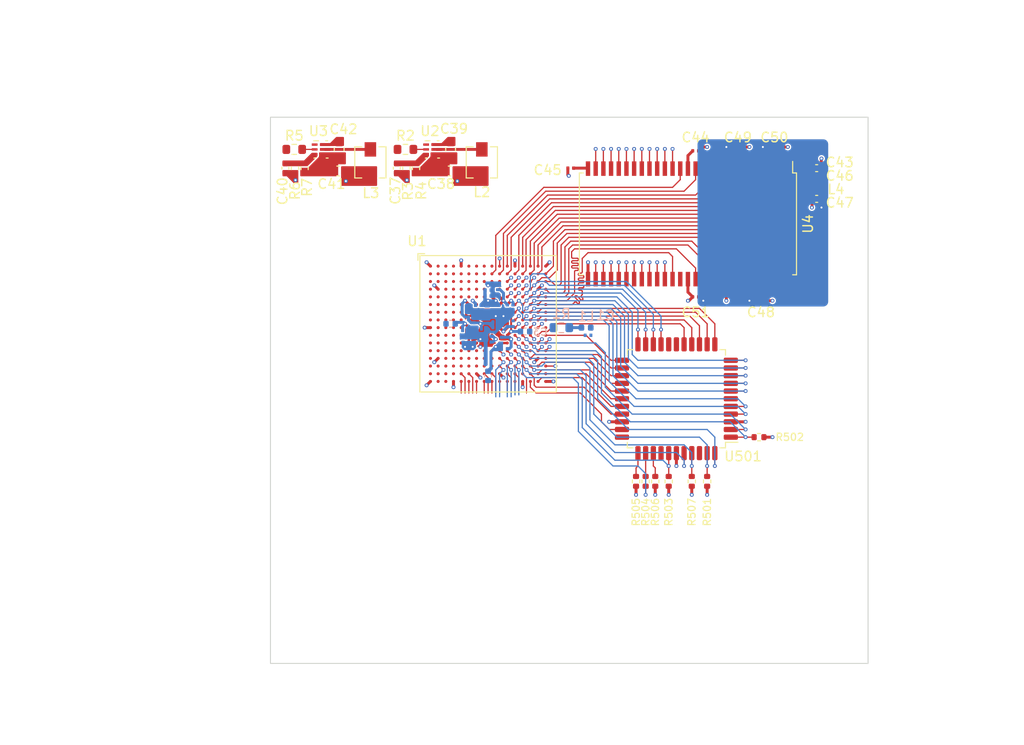
<source format=kicad_pcb>
(kicad_pcb (version 20211014) (generator pcbnew)
  (layers (0 "F.Cu" signal) (1 "In1.Cu" power) (2 "In2.Cu" signal) (3 "In3.Cu" signal) (4 "In4.Cu" power) (31 "B.Cu" signal) (34 "B.Paste" user) (35 "F.Paste" user) (36 "B.SilkS" user "B.Silkscreen") (37 "F.SilkS" user "F.Silkscreen") (38 "B.Mask" user) (39 "F.Mask" user) (44 "Edge.Cuts" user))
  (net 0 "")
  (net 1 "+1V2")
  (net 2 "GND")
  (net 3 "+3V3")
  (net 4 "VCCQ")
  (net 5 "+5V")
  (net 6 "/Power/VCC_GOOD")
  (net 7 "/Power/FB3V3")
  (net 8 "/Power/FB1V2")
  (net 9 "/Power/SW3V3")
  (net 10 "/Power/SW1V2")
  (net 11 "/fpga/DQ6")
  (net 12 "/fpga/DQ3")
  (net 13 "/fpga/DQ1")
  (net 14 "/fpga/DQ15")
  (net 15 "/fpga/LQDM")
  (net 16 "/fpga/DQ7")
  (net 17 "/fpga/DQ5")
  (net 18 "/fpga/DQ4")
  (net 19 "/fpga/DQ2")
  (net 20 "/fpga/DQ0")
  (net 21 "/fpga/DQ14")
  (net 22 "/fpga/DQ13")
  (net 23 "/fpga/A2")
  (net 24 "/fpga/A0")
  (net 25 "/fpga/BA1")
  (net 26 "/fpga/BA0")
  (net 27 "/fpga/DQ12")
  (net 28 "/fpga/DQ11")
  (net 29 "/fpga/A1")
  (net 30 "/fpga/A10")
  (net 31 "/fpga/~{CS}")
  (net 32 "/fpga/DQ10")
  (net 33 "/fpga/A3")
  (net 34 "/fpga/~{RAS}")
  (net 35 "/fpga/A4")
  (net 36 "/fpga/A5")
  (net 37 "/fpga/A6")
  (net 38 "/fpga/A7")
  (net 39 "/fpga/A8")
  (net 40 "/fpga/A9")
  (net 41 "/fpga/A11")
  (net 42 "/fpga/A12")
  (net 43 "/fpga/DQ9")
  (net 44 "/fpga/~{CAS}")
  (net 45 "/fpga/~{WE}")
  (net 46 "/fpga/DQ8")
  (net 47 "/fpga/UQDM")
  (net 48 "/fpga/~{CKE}")
  (net 49 "/fpga/CLK")
  (net 50 "/cpu/CPU_~{NMIB}")
  (net 51 "/cpu/CPU_SYNC")
  (net 52 "/cpu/CPU_A0")
  (net 53 "/cpu/CPU_A1")
  (net 54 "/cpu/CPU_A2")
  (net 55 "/cpu/CPU_A3")
  (net 56 "/cpu/CPU_A4")
  (net 57 "/cpu/CPU_A5")
  (net 58 "/cpu/CPU_A6")
  (net 59 "/cpu/CPU_A7")
  (net 60 "/cpu/CPU_A8")
  (net 61 "/cpu/CPU_A9")
  (net 62 "/cpu/CPU_A10")
  (net 63 "/cpu/CPU_A11")
  (net 64 "/cpu/CPU_A12")
  (net 65 "/cpu/CPU_A13")
  (net 66 "/cpu/CPU_A14")
  (net 67 "/cpu/CPU_A15")
  (net 68 "/cpu/CPU_D7")
  (net 69 "/cpu/CPU_D6")
  (net 70 "/cpu/CPU_D5")
  (net 71 "/cpu/CPU_D4")
  (net 72 "/cpu/CPU_D3")
  (net 73 "/cpu/CPU_D2")
  (net 74 "/cpu/CPU_D1")
  (net 75 "/cpu/CPU_D0")
  (net 76 "/cpu/CPU_~{RWB}")
  (net 79 "/cpu/CPU_~{RESB}")
  (net 80 "/cpu/CPU_~{VPB}")
  (net 81 "/cpu/CPU_RDY")
  (net 83 "/cpu/CPU_~{IRQB}")
  (net 84 "/cpu/CPU_~{MLB}")
  (net 86 "unconnected-(U1-PadT9)")
  (net 87 "unconnected-(U1-PadT8)")
  (net 88 "unconnected-(U1-PadT7)")
  (net 89 "unconnected-(U1-PadT6)")
  (net 90 "unconnected-(U1-PadT5)")
  (net 93 "unconnected-(U1-PadT12)")
  (net 94 "unconnected-(U1-PadT11)")
  (net 95 "unconnected-(U1-PadT10)")
  (net 96 "unconnected-(U1-PadR9)")
  (net 97 "unconnected-(U1-PadR8)")
  (net 98 "unconnected-(U1-PadR6)")
  (net 99 "unconnected-(U1-PadR5)")
  (net 103 "unconnected-(U1-PadR13)")
  (net 104 "unconnected-(U1-PadR12)")
  (net 105 "unconnected-(U1-PadR11)")
  (net 115 "unconnected-(U1-PadP12)")
  (net 116 "unconnected-(U1-PadP11)")
  (net 117 "unconnected-(U1-PadP10)")
  (net 126 "unconnected-(U1-PadN12)")
  (net 127 "unconnected-(U1-PadN11)")
  (net 128 "unconnected-(U1-PadN10)")
  (net 139 "unconnected-(U1-PadM11)")
  (net 140 "unconnected-(U1-PadM10)")
  (net 213 "unconnected-(U1-PadA10)")
  (net 214 "Net-(R2-Pad2)")
  (net 215 "Net-(L1-Pad2)")
  (net 216 "Net-(C2-Pad1)")
  (net 217 "/cpu/CPU_PHI2")
  (net 218 "/cpu/CPU_PHI2_R")
  (net 219 "/cpu/CPU_BE")
  (net 220 "/cpu/CPU_~{SOB}")
  (net 221 "/fpga/CLK_50")
  (footprint "Capacitor_SMD:C_0201_Small" (layer "F.Cu") (at 105 46.6 180)
    (fp_text reference "C51")
    (fp_text value "0.1u")
  )
  (footprint "Inductor_SMD:L_Vishay_IHLP-1212" (layer "F.Cu") (at 82.75 32.6 -90)
    (fp_text reference "L2")
    (fp_text value "470n")
  )
  (footprint "Capacitor_SMD:C_0402_1005Metric" (layer "F.Cu") (at 117.6 36.4 180)
    (fp_text reference "C47")
    (fp_text value "4.7u")
  )
  (footprint "Package_BGA:BGA-256_14.0x14.0mm_Layout16x16_P0.8mm_Ball0.45mm_Pad0.32mm_NSMD" (layer "F.Cu") (at 83.4 49.4)
    (fp_text reference "U1")
    (fp_text value "T20F256")
  )
  (footprint "Resistor_SMD:R_0402_1005Metric" (layer "F.Cu") (at 63.3 33.2 90)
    (fp_text reference "R6")
    (fp_text value "100k")
  )
  (footprint "Capacitor_SMD:C_0603_1608Metric" (layer "F.Cu") (at 67.8 33.5 180)
    (fp_text reference "C41")
    (fp_text value "22u")
  )
  (footprint "Resistor_SMD:R_0402_1005Metric" (layer "F.Cu") (at 64.3 33.2 -90)
    (fp_text reference "R7")
    (fp_text value "100k")
  )
  (footprint "Package_DFN_QFN:VFDFN-6" (layer "F.Cu") (at 66.000001 31.25)
    (fp_text reference "U3")
    (fp_text value "TPS62826")
  )
  (footprint "Resistor_SMD:R_0402_1005Metric" (layer "F.Cu") (at 99.8 65.8 90)
    (fp_text reference "R504")
    (fp_text value "0R")
  )
  (footprint "Resistor_SMD:R_0402_1005Metric" (layer "F.Cu") (at 104.6 65.8 90)
    (fp_text reference "R507")
    (fp_text value "10k")
  )
  (footprint "Resistor_SMD:R_0402_1005Metric" (layer "F.Cu") (at 102.2 65.8 90)
    (fp_text reference "R503")
    (fp_text value "10k")
  )
  (footprint "Capacitor_SMD:C_0201_Small" (layer "F.Cu") (at 113.3 31.4)
    (fp_text reference "C50")
    (fp_text value "0.1u")
  )
  (footprint "Resistor_SMD:R_0402_1005Metric" (layer "F.Cu") (at 100.8 65.8 90)
    (fp_text reference "R506")
    (fp_text value "10k")
  )
  (footprint "Capacitor_SMD:C_0603_1608Metric" (layer "F.Cu") (at 79.5 31.25 -90)
    (fp_text reference "C39")
    (fp_text value "4.7u")
  )
  (footprint "Resistor_SMD:R_0402_1005Metric" (layer "F.Cu") (at 74.9 33.2 90)
    (fp_text reference "R3")
    (fp_text value "453k")
  )
  (footprint "Capacitor_SMD:C_0201_Small" (layer "F.Cu") (at 92 33.2 180)
    (fp_text reference "C45")
    (fp_text value "0.1u")
  )
  (footprint "Capacitor_SMD:C_0402_1005Metric" (layer "F.Cu") (at 62.3 33.2 90)
    (fp_text reference "C40")
    (fp_text value "120p")
  )
  (footprint "Resistor_SMD:R_0402_1005Metric" (layer "F.Cu") (at 98.8 65.8 90)
    (fp_text reference "R505")
    (fp_text value "10k")
  )
  (footprint "Package_SO:TSOP-II-54_22.2x10.16mm_P0.8mm" (layer "F.Cu") (at 104.2 39 -90)
    (fp_text reference "U4")
    (fp_text value "NDS36PT5")
  )
  (footprint "Resistor_SMD:R_0402_1005Metric" (layer "F.Cu") (at 106.2 65.8 90)
    (fp_text reference "R501")
    (fp_text value "10k")
  )
  (footprint "Capacitor_SMD:C_0201_Small" (layer "F.Cu") (at 117.6 34.2)
    (fp_text reference "C46")
    (fp_text value "0.1u")
  )
  (footprint "Inductor_SMD:L_0402_1005Metric" (layer "F.Cu") (at 117.6 35.2)
    (fp_text reference "L4")
    (fp_text value "33 @100MHz")
  )
  (footprint "Capacitor_SMD:C_0201_Small" (layer "F.Cu") (at 109.4 31.4)
    (fp_text reference "C49")
    (fp_text value "0.1u")
  )
  (footprint "Resistor_SMD:R_0603_1608Metric" (layer "F.Cu") (at 63.225 31.25)
    (fp_text reference "R5")
    (fp_text value "100k")
  )
  (footprint "Capacitor_SMD:C_0201_Small" (layer "F.Cu") (at 111.8 46.6)
    (fp_text reference "C48")
    (fp_text value "0.1u")
  )
  (footprint "Capacitor_SMD:C_0402_1005Metric" (layer "F.Cu") (at 73.9 33.2 90)
    (fp_text reference "C37")
    (fp_text value "120p")
  )
  (footprint "Resistor_SMD:R_0603_1608Metric" (layer "F.Cu") (at 74.8 31.25)
    (fp_text reference "R2")
    (fp_text value "100k")
  )
  (footprint "Capacitor_SMD:C_0603_1608Metric" (layer "F.Cu") (at 67.9 31.25 -90)
    (fp_text reference "C42")
    (fp_text value "4.7u")
  )
  (footprint "Capacitor_SMD:C_0402_1005Metric" (layer "F.Cu") (at 117.6 33.2)
    (fp_text reference "C43")
    (fp_text value "4.7u")
  )
  (footprint "Resistor_SMD:R_0402_1005Metric" (layer "F.Cu") (at 75.9 33.2 -90)
    (fp_text reference "R4")
    (fp_text value "100k")
  )
  (footprint "Package_DFN_QFN:VFDFN-6" (layer "F.Cu") (at 77.6 31.25)
    (fp_text reference "U2")
    (fp_text value "TPS62826")
  )
  (footprint "Capacitor_SMD:C_0603_1608Metric" (layer "F.Cu") (at 79.4 33.5 180)
    (fp_text reference "C38")
    (fp_text value "22u")
  )
  (footprint "Inductor_SMD:L_Vishay_IHLP-1212" (layer "F.Cu") (at 71.15 32.6 -90)
    (fp_text reference "L3")
    (fp_text value "470n")
  )
  (footprint "Resistor_SMD:R_0402_1005Metric" (layer "F.Cu") (at 111.6 61.2 180)
    (fp_text reference "R502")
    (fp_text value "10k")
  )
  (footprint "Package_QFP:LQFP-44_10x10mm_P0.8mm" (layer "F.Cu") (at 103 57.2 180)
    (fp_text reference "U501")
    (fp_text value "W65C02SQ")
  )
  (footprint "Capacitor_SMD:C_0201_Small" (layer "F.Cu") (at 105 31.4)
    (fp_text reference "C44")
    (fp_text value "0.1u")
  )
  (footprint "Resistor_SMD:R_0603_1608Metric" (layer "B.Cu") (at 91.025 49.8 180)
    (fp_text reference "R1")
    (fp_text value "0")
  )
  (footprint "Capacitor_SMD:C_0201_Small" (layer "B.Cu") (at 84.4 45.55 90)
    (fp_text reference "C20" hide)
    (fp_text value "0.22u" hide)
  )
  (footprint "Capacitor_SMD:C_0201_Small" (layer "B.Cu") (at 83.4 50.7 180)
    (fp_text reference "C5" hide)
    (fp_text value "0.1u" hide)
  )
  (footprint "Capacitor_SMD:C_0201_Small" (layer "B.Cu") (at 82 51 90)
    (fp_text reference "C18" hide)
    (fp_text value "0.1u" hide)
  )
  (footprint "Capacitor_SMD:C_0201_Small" (layer "B.Cu") (at 83.9 47.8 -90)
    (fp_text reference "C7" hide)
    (fp_text value "0.1u" hide)
  )
  (footprint "Capacitor_SMD:C_0201_Small" (layer "B.Cu") (at 81.65 48.7)
    (fp_text reference "C35" hide)
    (fp_text value "0.22u" hide)
  )
  (footprint "Capacitor_SMD:C_0201_Small" (layer "B.Cu") (at 83.3 49.05 90)
    (fp_text reference "C21" hide)
    (fp_text value "0.1u" hide)
  )
  (footprint "Capacitor_SMD:C_0201_Small" (layer "B.Cu") (at 83.4 51.3 180)
    (fp_text reference "C6" hide)
    (fp_text value "0.1u" hide)
  )
  (footprint "Capacitor_SMD:C_0201_Small" (layer "B.Cu") (at 82.7 47.8 -90)
    (fp_text reference "C10" hide)
    (fp_text value "0.1u" hide)
  )
  (footprint "Capacitor_SMD:C_0201_Small" (layer "B.Cu") (at 86 47.75 -90)
    (fp_text reference "C26" hide)
    (fp_text value "0.1u" hide)
  )
  (footprint "Capacitor_SMD:C_0201_Small" (layer "B.Cu") (at 84.7 46.45 180)
    (fp_text reference "C27" hide)
    (fp_text value "0.1u" hide)
  )
  (footprint "Capacitor_SMD:C_0201_Small" (layer "B.Cu") (at 84.8 51.1 90)
    (fp_text reference "C16" hide)
    (fp_text value "0.1u" hide)
  )
  (footprint "Capacitor_SMD:C_0201_Small" (layer "B.Cu") (at 81.4 51 90)
    (fp_text reference "C17" hide)
    (fp_text value "0.1u" hide)
  )
  (footprint "Capacitor_SMD:C_0201_Small" (layer "B.Cu") (at 81.05 50.1)
    (fp_text reference "C11" hide)
    (fp_text value "0.1u" hide)
  )
  (footprint "Capacitor_SMD:C_0201_Small" (layer "B.Cu") (at 83.4 52.4 180)
    (fp_text reference "C19" hide)
    (fp_text value "0.22u" hide)
  )
  (footprint "Capacitor_SMD:C_0201_Small" (layer "B.Cu") (at 85.4 49.39 90)
    (fp_text reference "C29" hide)
    (fp_text value "0.1u" hide)
  )
  (footprint "Capacitor_SMD:C_0201_Small" (layer "B.Cu") (at 83 49.95)
    (fp_text reference "C22" hide)
    (fp_text value "0.1u" hide)
  )
  (footprint "Inductor_SMD:L_0402_1005Metric" (layer "B.Cu") (at 93.6 49.8 180)
    (fp_text reference "L1")
    (fp_text value "33 @100MHz")
  )
  (footprint "Capacitor_SMD:C_0201_Small" (layer "B.Cu") (at 82.1 47.8 -90)
    (fp_text reference "C2" hide)
    (fp_text value "0.1u" hide)
  )
  (footprint "Capacitor_SMD:C_0201_Small" (layer "B.Cu") (at 85.4 47.75 -90)
    (fp_text reference "C28" hide)
    (fp_text value "0.1u" hide)
  )
  (footprint "Capacitor_SMD:C_0201_Small" (layer "B.Cu") (at 93.8 50.6 180)
    (fp_text reference "C1")
    (fp_text value "0.1u")
  )
  (footprint "Capacitor_SMD:C_0201_Small" (layer "B.Cu") (at 84.2 49.2)
    (fp_text reference "C24" hide)
    (fp_text value "0.22u" hide)
  )
  (footprint "Capacitor_SMD:C_0402_1005Metric" (layer "B.Cu") (at 79.5 49.4 180)
    (fp_text reference "C4" hide)
    (fp_text value "4.7u" hide)
  )
  (footprint "Capacitor_SMD:C_0402_1005Metric" (layer "B.Cu") (at 87.25 50.2)
    (fp_text reference "C3")
    (fp_text value "4.7u" hide)
  )
  (footprint "Capacitor_SMD:C_0201_Small" (layer "B.Cu") (at 83.3 47.85 -90)
    (fp_text reference "C13" hide)
    (fp_text value "0.22u" hide)
  )
  (footprint "Capacitor_SMD:C_0201_Small" (layer "B.Cu") (at 83.4 45.9)
    (fp_text reference "C9" hide)
    (fp_text value "0.1u" hide)
  )
  (footprint "Capacitor_SMD:C_0201_Small" (layer "B.Cu") (at 81 47.5)
    (fp_text reference "C33" hide)
    (fp_text value "0.1u" hide)
  )
  (footprint "Capacitor_SMD:C_0201_Small" (layer "B.Cu") (at 83.4 53.6 180)
    (fp_text reference "C32" hide)
    (fp_text value "0.22u" hide)
  )
  (footprint "Capacitor_SMD:C_0201_Small" (layer "B.Cu") (at 86 49.39 90)
    (fp_text reference "C30" hide)
    (fp_text value "0.1u" hide)
  )
  (footprint "Capacitor_SMD:C_0201_Small" (layer "B.Cu") (at 84.5 47.8 -90)
    (fp_text reference "C8" hide)
    (fp_text value "0.1u" hide)
  )
  (footprint "Capacitor_SMD:C_0201_Small" (layer "B.Cu") (at 84.2 49.8)
    (fp_text reference "C23" hide)
    (fp_text value "0.22u" hide)
  )
  (footprint "Capacitor_SMD:C_0201_Small" (layer "B.Cu") (at 81.95 49.6 -90)
    (fp_text reference "C36" hide)
    (fp_text value "0.22u" hide)
  )
  (footprint "Capacitor_SMD:C_0201_Small" (layer "B.Cu") (at 80.8 51 90)
    (fp_text reference "C14" hide)
    (fp_text value "0.1u" hide)
  )
  (footprint "Capacitor_SMD:C_0201_Small" (layer "B.Cu") (at 83.4 53 180)
    (fp_text reference "C31" hide)
    (fp_text value "0.22u" hide)
  )
  (footprint "Capacitor_SMD:C_0402_1005Metric" (layer "B.Cu") (at 83.4 54.82 -90)
    (fp_text reference "C25" hide)
    (fp_text value "4.7u" hide)
  )
  (footprint "Capacitor_SMD:C_0201_Small" (layer "B.Cu") (at 85.1 52)
    (fp_text reference "C15" hide)
    (fp_text value "0.1u" hide)
  )
  (footprint "Capacitor_SMD:C_0201_Small" (layer "B.Cu") (at 81 48.1)
    (fp_text reference "C34" hide)
    (fp_text value "0.1u" hide)
  )
  (footprint "Capacitor_SMD:C_0201_Small" (layer "B.Cu") (at 83.4 46.5)
    (fp_text reference "C12" hide)
    (fp_text value "0.22u" hide)
  )
  (gr_rect (start 60.75 27.9) (end 122.95 84.75) (layer "Edge.Cuts") (width 0.1) (fill none))
  (segment (start 81.4 49.8) (end 81 49.4) (width 0.3) (layer "F.Cu") (net 1))
  (segment (start 83.8 50.6) (end 84.2 51) (width 0.3) (layer "F.Cu") (net 1))
  (segment (start 82.2 49.8) (end 81.4 49.8) (width 0.3) (layer "F.Cu") (net 1))
  (segment (start 83 47.4) (end 83.4 47) (width 0.3) (layer "F.Cu") (net 1))
  (segment (start 83.8 46.6) (end 84.2 47) (width 0.3) (layer "F.Cu") (net 1))
  (segment (start 83.8 47.4) (end 84.2 47) (width 0.3) (layer "F.Cu") (net 1))
  (via (at 68.6 34.55) (size 0.4064) (drill 0.2032) (layers "F.Cu" "B.Cu") (net 1))
  (via (at 83.4 47) (size 0.4064) (drill 0.2032) (layers "F.Cu" "B.Cu") (net 1))
  (via (at 63.35 34.45) (size 0.4064) (drill 0.2032) (layers "F.Cu" "B.Cu") (net 1))
  (via (at 84.2 51) (size 0.4064) (drill 0.2032) (layers "F.Cu" "B.Cu") (net 1))
  (via (at 81 49.4) (size 0.4064) (drill 0.2032) (layers "F.Cu" "B.Cu") (net 1))
  (via (at 84.2 47) (size 0.4064) (drill 0.2032) (layers "F.Cu" "B.Cu") (net 1))
  (segment (start 80.75 50.1) (end 80.75 49.65) (width 0.3048) (layer "B.Cu") (net 1))
  (segment (start 80.85 49.25) (end 80.13 49.25) (width 0.3) (layer "B.Cu") (net 1))
  (segment (start 83.7 51.3) (end 83.9 51.3) (width 0.3) (layer "B.Cu") (net 1))
  (segment (start 83.9 51.3) (end 84.2 51) (width 0.3) (layer "B.Cu") (net 1))
  (segment (start 80.75 49.65) (end 81 49.4) (width 0.3048) (layer "B.Cu") (net 1))
  (segment (start 81 49.4) (end 80.85 49.25) (width 0.3) (layer "B.Cu") (net 1))
  (segment (start 80.13 49.25) (end 79.98 49.4) (width 0.3) (layer "B.Cu") (net 1))
  (segment (start 83.7 50.7) (end 83.9 50.7) (width 0.3) (layer "B.Cu") (net 1))
  (segment (start 83.9 50.7) (end 84.2 51) (width 0.3) (layer "B.Cu") (net 1))
  (segment (start 84.6 48.2) (end 84.2 48.6) (width 0.3) (layer "F.Cu") (net 2))
  (segment (start 118.08 33.2) (end 118.08 34.02) (width 0.3048) (layer "F.Cu") (net 2))
  (segment (start 89.4 43.4) (end 89.8 43) (width 0.3048) (layer "F.Cu") (net 2))
  (segment (start 83 51.4) (end 82.6 51.8) (width 0.3) (layer "F.Cu") (net 2))
  (segment (start 91.7 33.9) (end 91.8 34) (width 0.3048) (layer "F.Cu") (net 2))
  (segment (start 78.2 53) (end 77.8 53.4) (width 0.3048) (layer "F.Cu") (net 2))
  (segment (start 118.08 32.22) (end 118.1 32.2) (width 0.3048) (layer "F.Cu") (net 2))
  (segment (start 113 45.7) (end 112.1 46.6) (width 0.3048) (layer "F.Cu") (net 2))
  (segment (start 105.8 31.9) (end 105.8 33.25) (width 0.3048) (layer "F.Cu") (net 2))
  (segment (start 104.2 44.75) (end 104.2 46.1) (width 0.3048) (layer "F.Cu") (net 2))
  (segment (start 93.8 44.75) (end 93.8 43) (width 0.3048) (layer "F.Cu") (net 2))
  (segment (start 87 55.4) (end 87 56) (width 0.3048) (layer "F.Cu") (net 2))
  (segment (start 113 44.75) (end 113 45.7) (width 0.3048) (layer "F.Cu") (net 2))
  (segment (start 79.8 55.4) (end 79.8 56) (width 0.3048) (layer "F.Cu") (net 2))
  (segment (start 106.2 31) (end 105.7 31) (width 0.3048) (layer "F.Cu") (net 2))
  (segment (start 77.4 43.4) (end 77 43) (width 0.3048) (layer "F.Cu") (net 2))
  (segment (start 103 62.8625) (end 103 64.2) (width 0.3048) (layer "F.Cu") (net 2))
  (segment (start 86.2 43.4) (end 86.2 42.8) (width 0.3048) (layer "F.Cu") (net 2))
  (segment (start 112.5 47) (end 113 47) (width 0.3048) (layer "F.Cu") (net 2))
  (segment (start 104.7 46.6) (end 104.3 47) (width 0.3048) (layer "F.Cu") (net 2))
  (segment (start 112.1 46.6) (end 112.5 47) (width 0.3048) (layer "F.Cu") (net 2))
  (segment (start 114 31) (end 113.6 31.4) (width 0.3048) (layer "F.Cu") (net 2))
  (segment (start 110.6 32.3) (end 110.6 33.25) (width 0.3048) (layer "F.Cu") (net 2))
  (segment (start 84.6 54.6) (end 85 55) (width 0.3048) (layer "F.Cu") (net 2))
  (segment (start 80.6 43.4) (end 80.6 42.8) (width 0.3048) (layer "F.Cu") (net 2))
  (segment (start 82.2 54.6) (end 82.6 55) (width 0.3048) (layer "F.Cu") (net 2))
  (segment (start 85.4 49) (end 85 48.6) (width 0.3) (layer "F.Cu") (net 2))
  (segment (start 118.08 34.02) (end 117.9 34.2) (width 0.3048) (layer "F.Cu") (net 2))
  (segment (start 78.2 45.8) (end 77.8 45.4) (width 0.3048) (layer "F.Cu") (net 2))
  (segment (start 105.7 31) (end 105.3 31.4) (width 0.3048) (layer "F.Cu") (net 2))
  (segment (start 110.1 31) (end 110.6 31) (width 0.3048) (layer "F.Cu") (net 2))
  (segment (start 77.4 49.8) (end 76.8 49.8) (width 0.3048) (layer "F.Cu") (net 2))
  (segment (start 109.7 31.4) (end 110.6 32.3) (width 0.3048) (layer "F.Cu") (net 2))
  (segment (start 91.7 33.2) (end 91.7 33.9) (width 0.3048) (layer "F.Cu") (net 2))
  (segment (start 109.7 31.4) (end 110.1 31) (width 0.3048) (layer "F.Cu") (net 2))
  (segment (start 108.2 44.75) (end 108.2 47) (width 0.3048) (layer "F.Cu") (net 2))
  (segment (start 82.2 50.6) (end 82.6 51) (width 0.3) (layer "F.Cu") (net 2))
  (segment (start 104.2 46.1) (end 104.7 46.6) (width 0.3048) (layer "F.Cu") (net 2))
  (segment (start 104.3 47) (end 104.2 47) (width 0.3048) (layer "F.Cu") (net 2))
  (segment (start 117.1 37.3) (end 117.12 37.28) (width 0.3048) (layer "F.Cu") (net 2))
  (segment (start 117.12 37.28) (end 117.12 36.4) (width 0.3048) (layer "F.Cu") (net 2))
  (segment (start 88.6 53) (end 88.2 53.4) (width 0.3048) (layer "F.Cu") (net 2))
  (segment (start 118.08 33.2) (end 118.08 32.22) (width 0.3048) (layer "F.Cu") (net 2))
  (segment (start 89.4 55.4) (end 90.2 55.4) (width 0.3048) (layer "F.Cu") (net 2))
  (segment (start 114.6 31) (end 114 31) (width 0.3048) (layer "F.Cu") (net 2))
  (segment (start 105.3 31.4) (end 105.8 31.9) (width 0.3048) (layer "F.Cu") (net 2))
  (segment (start 88.6 45.8) (end 89 45.4) (width 0.3048) (layer "F.Cu") (net 2))
  (segment (start 77.4 55.4) (end 77 55.8) (width 0.3048) (layer "F.Cu") (net 2))
  (via (at 88.2 53.4) (size 0.4064) (drill 0.2032) (layers "F.Cu" "B.Cu") (net 2))
  (via (at 104.2 47) (size 0.4064) (drill 0.2032) (layers "F.Cu" "B.Cu") (net 2))
  (via (at 76.8 49.8) (size 0.4064) (drill 0.2032) (layers "F.Cu" "B.Cu") (net 2))
  (via (at 87 56) (size 0.4064) (drill 0.2032) (layers "F.Cu" "B.Cu") (net 2))
  (via (at 93.8 43) (size 0.4064) (drill 0.2032) (layers "F.Cu" "B.Cu") (net 2))
  (via (at 85.8 51) (size 0.4064) (drill 0.2032) (layers "F.Cu" "B.Cu") (net 2))
  (via (at 90.2 55.4) (size 0.4064) (drill 0.2032) (layers "F.Cu" "B.Cu") (net 2))
  (via (at 77 43) (size 0.4064) (drill 0.2032) (layers "F.Cu" "B.Cu") (net 2))
  (via (at 113 47) (size 0.4064) (drill 0.2032) (layers "F.Cu" "B.Cu") (net 2))
  (via (at 86.2 42.8) (size 0.4064) (drill 0.2032) (layers "F.Cu" "B.Cu") (net 2))
  (via (at 89 45.4) (size 0.4064) (drill 0.2032) (layers "F.Cu" "B.Cu") (net 2))
  (via (at 103 64.2) (size 0.4064) (drill 0.2032) (layers "F.Cu" "B.Cu") (net 2))
  (via (at 77.8 45.4) (size 0.4064) (drill 0.2032) (layers "F.Cu" "B.Cu") (net 2))
  (via (at 85 55) (size 0.4064) (drill 0.2032) (layers "F.Cu" "B.Cu") (net 2))
  (via (at 89.8 43) (size 0.4064) (drill 0.2032) (layers "F.Cu" "B.Cu") (net 2))
  (via (at 114.6 31) (size 0.4064) (drill 0.2032) (layers "F.Cu" "B.Cu") (net 2))
  (via (at 83.4 45.4) (size 0.4064) (drill 0.2032) (layers "F.Cu" "B.Cu") (net 2))
  (via (at 80.6 42.8) (size 0.4064) (drill 0.2032) (layers "F.Cu" "B.Cu") (net 2))
  (via (at 84.2 48.6) (size 0.4064) (drill 0.2032) (layers "F.Cu" "B.Cu") (net 2))
  (via (at 117.1 37.3) (size 0.4064) (drill 0.2032) (layers "F.Cu" "B.Cu") (net 2))
  (via (at 106.2 31) (size 0.4064) (drill 0.2032) (layers "F.Cu" "B.Cu") (net 2))
  (via (at 110.6 31) (size 0.4064) (drill 0.2032) (layers "F.Cu" "B.Cu") (net 2))
  (via (at 77.8 53.4) (size 0.4064) (drill 0.2032) (layers "F.Cu" "B.Cu") (net 2))
  (via (at 82.6 55) (size 0.4064) (drill 0.2032) (layers "F.Cu" "B.Cu") (net 2))
  (via (at 82.6 51.8) (size 0.4064) (drill 0.2032) (layers "F.Cu" "B.Cu") (net 2))
  (via (at 118.1 32.2) (size 0.4064) (drill 0.2032) (layers "F.Cu" "B.Cu") (net 2))
  (via (at 79.8 56) (size 0.4064) (drill 0.2032) (layers "F.Cu" "B.Cu") (net 2))
  (via (at 85 48.6) (size 0.4064) (drill 0.2032) (layers "F.Cu" "B.Cu") (net 2))
  (via (at 108.2 47) (size 0.4064) (drill 0.2032) (layers "F.Cu" "B.Cu") (net 2))
  (via (at 91.8 34) (size 0.4064) (drill 0.2032) (layers "F.Cu" "B.Cu") (net 2))
  (via (at 77 55.8) (size 0.4064) (drill 0.2032) (layers "F.Cu" "B.Cu") (net 2))
  (via (at 82.6 51) (size 0.4064) (drill 0.2032) (layers "F.Cu" "B.Cu") (net 2))
  (segment (start 85.6 50.8) (end 85.8 51) (width 0.3048) (layer "B.Cu") (net 2))
  (segment (start 85.4 52) (end 85.6 52) (width 0.3048) (layer "B.Cu") (net 2))
  (segment (start 85.8 51.8) (end 85.8 51) (width 0.3048) (layer "B.Cu") (net 2))
  (segment (start 85.6 52) (end 85.8 51.8) (width 0.3048) (layer "B.Cu") (net 2))
  (segment (start 84.8 50.8) (end 85.6 50.8) (width 0.3048) (layer "B.Cu") (net 2))
  (segment (start 82.2 51.4) (end 81.8 51.8) (width 0.25) (layer "F.Cu") (net 3))
  (segment (start 117.115 34.385) (end 117.3 34.2) (width 0.3048) (layer "F.Cu") (net 3))
  (segment (start 81.4 50.6) (end 81.4 51.4) (width 0.25) (layer "F.Cu") (net 3))
  (segment (start 104.2 33.25) (end 104.2 31.9) (width 0.3048) (layer "F.Cu") (net 3))
  (segment (start 97.3375 59.6) (end 96 59.6) (width 0.3048) (layer "F.Cu") (net 3))
  (segment (start 100.8 66.31) (end 100.8 67.2) (width 0.3048) (layer "F.Cu") (net 3))
  (segment (start 92.3 33.2) (end 93.75 33.2) (width 0.3048) (layer "F.Cu") (net 3))
  (segment (start 104.6 66.31) (end 104.6 67.2) (width 0.3048) (layer "F.Cu") (net 3))
  (segment (start 102.2 66.31) (end 102.2 67.2) (width 0.3048) (layer "F.Cu") (net 3))
  (segment (start 117.115 35.2) (end 117.115 34.385) (width 0.3048) (layer "F.Cu") (net 3))
  (segment (start 112.11 61.2) (end 113 61.2) (width 0.3048) (layer "F.Cu") (net 3))
  (segment (start 117.07 33.25) (end 117.12 33.2) (width 0.3048) (layer "F.Cu") (net 3))
  (segment (start 93.75 33.2) (end 93.8 33.25) (width 0.3048) (layer "F.Cu") (net 3))
  (segment (start 85.4 47.4) (end 85.8 47) (width 0.3) (layer "F.Cu") (net 3))
  (segment (start 104.2 31.9) (end 104.7 31.4) (width 0.3048) (layer "F.Cu") (net 3))
  (segment (start 117.3 34.2) (end 117.1 34) (width 0.3048) (layer "F.Cu") (net 3))
  (segment (start 108.6625 59.6) (end 110.2 59.6) (width 0.3048) (layer "F.Cu") (net 3))
  (segment (start 84.6 47.4) (end 85 47) (width 0.3) (layer "F.Cu") (net 3))
  (segment (start 85.4 51.4) (end 84.6 51.4) (width 0.25) (layer "F.Cu") (net 3))
  (segment (start 114.6 33.25) (end 117.07 33.25) (width 0.3048) (layer "F.Cu") (net 3))
  (segment (start 81.4 51.4) (end 81 51.8) (width 0.25) (layer "F.Cu") (net 3))
  (segment (start 98.8 66.31) (end 98.8 67.2) (width 0.3048) (layer "F.Cu") (net 3))
  (segment (start 81.4 48.2) (end 81.4 47.4) (width 0.3) (layer "F.Cu") (net 3))
  (segment (start 106.2 66.31) (end 106.2 67.2) (width 0.3048) (layer "F.Cu") (net 3))
  (segment (start 84.6 46.6) (end 85 47) (width 0.3) (layer "F.Cu") (net 3))
  (segment (start 81.4 47.4) (end 81 47) (width 0.3) (layer "F.Cu") (net 3))
  (segment (start 85.4 49.8) (end 85 50.2) (width 0.3) (layer "F.Cu") (net 3))
  (segment (start 117.1 34) (end 117.1 33.22) (width 0.3048) (layer "F.Cu") (net 3))
  (segment (start 117.1 33.22) (end 117.12 33.2) (width 0.3048) (layer "F.Cu") (net 3))
  (segment (start 84.6 49.8) (end 85 50.2) (width 0.3) (layer "F.Cu") (net 3))
  (segment (start 82.2 49) (end 82.6 49.4) (width 0.3) (layer "F.Cu") (net 3))
  (segment (start 81.4 49) (end 82.2 49) (width 0.3) (layer "F.Cu") (net 3))
  (segment (start 85 47) (end 85.4 47.4) (width 0.3) (layer "F.Cu") (net 3))
  (segment (start 84.6 51.4) (end 84.2 51.8) (width 0.25) (layer "F.Cu") (net 3))
  (via (at 113 61.2) (size 0.4064) (drill 0.2032) (layers "F.Cu" "B.Cu") (net 3))
  (via (at 110.2 59.6) (size 0.4064) (drill 0.2032) (layers "F.Cu" "B.Cu") (net 3))
  (via (at 85.8 47) (size 0.4064) (drill 0.2032) (layers "F.Cu" "B.Cu") (net 3))
  (via (at 96 59.6) (size 0.4064) (drill 0.2032) (layers "F.Cu" "B.Cu") (net 3))
  (via (at 74.95 34.45) (size 0.4064) (drill 0.2032) (layers "F.Cu" "B.Cu") (net 3))
  (via (at 85 50.2) (size 0.4064) (drill 0.2032) (layers "F.Cu" "B.Cu") (net 3))
  (via (at 80.2 34.55) (size 0.4064) (drill 0.2032) (layers "F.Cu" "B.Cu") (net 3))
  (via (at 85 47) (size 0.4064) (drill 0.2032) (layers "F.Cu" "B.Cu") (net 3))
  (via (at 81 47) (size 0.4064) (drill 0.2032) (layers "F.Cu" "B.Cu") (net 3))
  (via (at 100.8 67.2) (size 0.4064) (drill 0.2032) (layers "F.Cu" "B.Cu") (net 3))
  (via (at 102.2 67.2) (size 0.4064) (drill 0.2032) (layers "F.Cu" "B.Cu") (net 3))
  (via (at 84.2 51.8) (size 0.4064) (drill 0.2032) (layers "F.Cu" "B.Cu") (net 3))
  (via (at 81 51.8) (size 0.4064) (drill 0.2032) (layers "F.Cu" "B.Cu") (net 3))
  (via (at 82.6 49.4) (size 0.4064) (drill 0.2032) (layers "F.Cu" "B.Cu") (net 3))
  (via (at 104.6 67.2) (size 0.4064) (drill 0.2032) (layers "F.Cu" "B.Cu") (net 3))
  (via (at 81.8 51.8) (size 0.4064) (drill 0.2032) (layers "F.Cu" "B.Cu") (net 3))
  (via (at 98.8 67.2) (size 0.4064) (drill 0.2032) (layers "F.Cu" "B.Cu") (net 3))
  (via (at 106.2 67.2) (size 0.4064) (drill 0.2032) (layers "F.Cu" "B.Cu") (net 3))
  (segment (start 82.5 49.3) (end 81.95 49.3) (width 0.3) (layer "B.Cu") (net 3))
  (segment (start 84.65 45.85) (end 84.4 45.85) (width 0.3) (layer "B.Cu") (net 3))
  (segment (start 81 48.7) (end 80.7 48.4) (width 0.3048) (layer "B.Cu") (net 3))
  (segment (start 83.7 52.4) (end 83.7 54.04) (width 0.3) (layer "B.Cu") (net 3))
  (segment (start 85 50.2) (end 85 50.1) (width 0.3) (layer "B.Cu") (net 3))
  (segment (start 81.35 49) (end 81.65 49.3) (width 0.3048) (layer "B.Cu") (net 3))
  (segment (start 83.7 52.3) (end 84.2 51.8) (width 0.3) (layer "B.Cu") (net 3))
  (segment (start 83.75 49.35) (end 83.9 49.2) (width 0.3) (layer "B.Cu") (net 3))
  (segment (start 81.35 48.7) (end 81 48.7) (width 0.3048) (layer "B.Cu") (net 3))
  (segment (start 83.3 49.35) (end 83.45 49.35) (width 0.3) (layer "B.Cu") (net 3))
  (segment (start 85 50.1) (end 85.4 49.7) (width 0.3) (layer "B.Cu") (net 3))
  (segment (start 83.3 49.35) (end 82.65 49.35) (width 0.3) (layer "B.Cu") (net 3))
  (segment (start 85.4 49.69) (end 86 49.69) (width 0.3) (layer "B.Cu") (net 3))
  (segment (start 81.35 48.7) (end 81.35 49) (width 0.3048) (layer "B.Cu") (net 3))
  (segment (start 81.65 49.3) (end 81.95 49.3) (width 0.3048) (layer "B.Cu") (net 3))
  (segment (start 80.7 48.4) (end 80.7 48.1) (width 0.3048) (layer "B.Cu") (net 3))
  (segment (start 85 46.45) (end 85 46.2) (width 0.3) (layer "B.Cu") (net 3))
  (segment (start 85 46.2) (end 84.65 45.85) (width 0.3) (layer "B.Cu") (net 3))
  (segment (start 83.45 49.35) (end 83.9 49.8) (width 0.3) (layer "B.Cu") (net 3))
  (segment (start 80.7 48.1) (end 80.7 47.5) (width 0.3048) (layer "B.Cu") (net 3))
  (segment (start 82.7 49.95) (end 82.7 49.5) (width 0.3) (layer "B.Cu") (net 3))
  (segment (start 82.65 49.35) (end 82.6 49.4) (width 0.3) (layer "B.Cu") (net 3))
  (segment (start 82.6 49.4) (end 82.5 49.3) (width 0.3) (layer "B.Cu") (net 3))
  (segment (start 82.7 49.5) (end 82.6 49.4) (width 0.3) (layer "B.Cu") (net 3))
  (segment (start 85.4 47.4) (end 85 47) (width 0.3048) (layer "B.Cu") (net 3))
  (segment (start 86 47.2) (end 85.8 47) (width 0.3048) (layer "B.Cu") (net 3))
  (segment (start 84.2 51.8) (end 84.2 51.82) (width 0.25) (layer "B.Cu") (net 3))
  (segment (start 83.9 49.8) (end 83.9 49.2) (width 0.3) (layer "B.Cu") (net 3))
  (segment (start 86 47.45) (end 86 47.2) (width 0.3048) (layer "B.Cu") (net 3))
  (segment (start 83.7 54.04) (end 83.4 54.34) (width 0.4) (layer "B.Cu") (net 3))
  (segment (start 85.4 47.45) (end 85.4 47.4) (width 0.3048) (layer "B.Cu") (net 3))
  (segment (start 80.7 47.3) (end 81 47) (width 0.3048) (layer "B.Cu") (net 3))
  (segment (start 85 47) (end 85 46.45) (width 0.3) (layer "B.Cu") (net 3))
  (segment (start 83.3 49.35) (end 83.75 49.35) (width 0.3) (layer "B.Cu") (net 3))
  (segment (start 80.7 47.5) (end 80.7 47.3) (width 0.3048) (layer "B.Cu") (net 3))
  (segment (start 108.7 31) (end 108.2 31) (width 0.3048) (layer "F.Cu") (net 4))
  (segment (start 110.6 44.75) (end 110.6 45.7) (width 0.3048) (layer "F.Cu") (net 4))
  (segment (start 111.5 46.6) (end 111.1 47) (width 0.3048) (layer "F.Cu") (net 4))
  (segment (start 113 33.25) (end 113 31.4) (width 0.3048) (layer "F.Cu") (net 4))
  (segment (start 118.085 37.285) (end 118.1 37.3) (width 0.3048) (layer "F.Cu") (net 4))
  (segment (start 105.7 47) (end 105.3 46.6) (width 0.3048) (layer "F.Cu") (net 4))
  (segment (start 110.6 45.7) (end 111.5 46.6) (width 0.3048) (layer "F.Cu") (net 4))
  (segment (start 111.1 47) (end 110.6 47) (width 0.3048) (layer "F.Cu") (net 4))
  (segment (start 118.085 35.2) (end 118.085 37.285) (width 0.3048) (layer "F.Cu") (net 4))
  (segment (start 105.8 46.1) (end 105.3 46.6) (width 0.3048) (layer "F.Cu") (net 4))
  (segment (start 108.2 33.25) (end 108.2 32.3) (width 0.3048) (layer "F.Cu") (net 4))
  (segment (start 105.8 44.75) (end 105.8 46.1) (width 0.3048) (layer "F.Cu") (net 4))
  (segment (start 105.8 47) (end 105.7 47) (width 0.3048) (layer "F.Cu") (net 4))
  (segment (start 109.1 31.4) (end 108.7 31) (width 0.3048) (layer "F.Cu") (net 4))
  (segment (start 112.6 31) (end 113 31.4) (width 0.3048) (layer "F.Cu") (net 4))
  (segment (start 108.2 32.3) (end 109.1 31.4) (width 0.3048) (layer "F.Cu") (net 4))
  (segment (start 112 31) (end 112.6 31) (width 0.3048) (layer "F.Cu") (net 4))
  (via (at 112 31) (size 0.4064) (drill 0.2032) (layers "F.Cu" "B.Cu") (net 4))
  (via (at 108.2 31) (size 0.4064) (drill 0.2032) (layers "F.Cu" "B.Cu") (net 4))
  (via (at 110.6 47) (size 0.4064) (drill 0.2032) (layers "F.Cu" "B.Cu") (net 4))
  (via (at 105.8 47) (size 0.4064) (drill 0.2032) (layers "F.Cu" "B.Cu") (net 4))
  (via (at 118.1 37.3) (size 0.4064) (drill 0.2032) (layers "F.Cu" "B.Cu") (net 4))
  (segment (start 65.349999 31.25) (end 64.025 31.25) (width 0.127) (layer "F.Cu") (net 6))
  (segment (start 78.049999 31.25) (end 82.75 31.25) (width 0.3) (layer "F.Cu") (net 9))
  (segment (start 66.449999 31.25) (end 71.15 31.25) (width 0.3) (layer "F.Cu") (net 10))
  (segment (start 85.4 40.2) (end 89.6 36) (width 0.127) (layer "F.Cu") (net 11))
  (segment (start 89.6 36) (end 105 36) (width 0.127) (layer "F.Cu") (net 11))
  (segment (start 85.4 43.4) (end 85.4 40.2) (width 0.127) (layer "F.Cu") (net 11))
  (segment (start 105 36) (end 106.6 34.4) (width 0.127) (layer "F.Cu") (net 11))
  (segment (start 106.6 34.4) (end 106.6 33.25) (width 0.127) (layer "F.Cu") (net 11))
  (segment (start 87 40.4) (end 90.2 37.2) (width 0.127) (layer "F.Cu") (net 12))
  (segment (start 109.8 34.4) (end 109.8 33.25) (width 0.127) (layer "F.Cu") (net 12))
  (segment (start 87 43.4) (end 87 40.4) (width 0.127) (layer "F.Cu") (net 12))
  (segment (start 90.2 37.2) (end 107 37.2) (width 0.127) (layer "F.Cu") (net 12))
  (segment (start 107 37.2) (end 109.8 34.4) (width 0.127) (layer "F.Cu") (net 12))
  (segment (start 87.8 43.4) (end 87.8 40.8) (width 0.127) (layer "F.Cu") (net 13))
  (segment (start 112.2 34.4) (end 112.2 33.25) (width 0.127) (layer "F.Cu") (net 13))
  (segment (start 87.8 40.8) (end 90.6 38) (width 0.127) (layer "F.Cu") (net 13))
  (segment (start 90.6 38) (end 108.6 38) (width 0.127) (layer "F.Cu") (net 13))
  (segment (start 108.6 38) (end 112.2 34.4) (width 0.127) (layer "F.Cu") (net 13))
  (segment (start 88.6 43.4) (end 88.6 41.2) (width 0.127) (layer "F.Cu") (net 14))
  (segment (start 88.6 41.2) (end 91 38.8) (width 0.127) (layer "F.Cu") (net 14))
  (segment (start 113.8 43.6) (end 113.8 44.75) (width 0.127) (layer "F.Cu") (net 14))
  (segment (start 109 38.8) (end 113.8 43.6) (width 0.127) (layer "F.Cu") (net 14))
  (segment (start 91 38.8) (end 109 38.8) (width 0.127) (layer "F.Cu") (net 14))
  (segment (start 103.4 34.4) (end 103.4 33.25) (width 0.127) (layer "F.Cu") (net 15))
  (segment (start 89.2 35.2) (end 102.6 35.2) (width 0.127) (layer "F.Cu") (net 15))
  (segment (start 102.6 35.2) (end 103.4 34.4) (width 0.127) (layer "F.Cu") (net 15))
  (segment (start 83.8 44.2) (end 84.2 43.8) (width 0.127) (layer "F.Cu") (net 15))
  (segment (start 84.2 43.8) (end 84.2 40.2) (width 0.127) (layer "F.Cu") (net 15))
  (segment (start 84.2 40.2) (end 89.2 35.2) (width 0.127) (layer "F.Cu") (net 15))
  (segment (start 103.8 35.6) (end 89.4 35.6) (width 0.127) (layer "F.Cu") (net 16))
  (segment (start 85 43.8) (end 84.6 44.2) (width 0.127) (layer "F.Cu") (net 16))
  (segment (start 105 34.4) (end 103.8 35.6) (width 0.127) (layer "F.Cu") (net 16))
  (segment (start 105 33.25) (end 105 34.4) (width 0.127) (layer "F.Cu") (net 16))
  (segment (start 85 40) (end 85 43.8) (width 0.127) (layer "F.Cu") (net 16))
  (segment (start 89.4 35.6) (end 85 40) (width 0.127) (layer "F.Cu") (net 16))
  (segment (start 85.8 43.8) (end 85.4 44.2) (width 0.127) (layer "F.Cu") (net 17))
  (segment (start 105.4 36.4) (end 89.8 36.4) (width 0.127) (layer "F.Cu") (net 17))
  (segment (start 107.4 34.4) (end 105.4 36.4) (width 0.127) (layer "F.Cu") (net 17))
  (segment (start 107.4 33.25) (end 107.4 34.4) (width 0.127) (layer "F.Cu") (net 17))
  (segment (start 89.8 36.4) (end 85.8 40.4) (width 0.127) (layer "F.Cu") (net 17))
  (segment (start 85.8 40.4) (end 85.8 43.8) (width 0.127) (layer "F.Cu") (net 17))
  (segment (start 90 36.8) (end 106.6 36.8) (width 0.127) (layer "F.Cu") (net 18))
  (segment (start 86.2 44.2) (end 86.6 43.8) (width 0.127) (layer "F.Cu") (net 18))
  (segment (start 109 34.4) (end 109 33.25) (width 0.127) (layer "F.Cu") (net 18))
  (segment (start 86.6 43.8) (end 86.6 40.2) (width 0.127) (layer "F.Cu") (net 18))
  (segment (start 86.6 40.2) (end 90 36.8) (width 0.127) (layer "F.Cu") (net 18))
  (segment (start 106.6 36.8) (end 109 34.4) (width 0.127) (layer "F.Cu") (net 18))
  (segment (start 111.4 34.4) (end 108.2 37.6) (width 0.127) (layer "F.Cu") (net 19))
  (segment (start 87.3505 40.6495) (end 87.3505 43.8495) (width 0.127) (layer "F.Cu") (net 19))
  (segment (start 108.2 37.6) (end 90.4 37.6) (width 0.127) (layer "F.Cu") (net 19))
  (segment (start 87.3505 43.8495) (end 87 44.2) (width 0.127) (layer "F.Cu") (net 19))
  (segment (start 111.4 33.25) (end 111.4 34.4) (width 0.127) (layer "F.Cu") (net 19))
  (segment (start 90.4 37.6) (end 87.3505 40.6495) (width 0.127) (layer "F.Cu") (net 19))
  (segment (start 109.8 38.4) (end 90.8 38.4) (width 0.127) (layer "F.Cu") (net 20))
  (segment (start 88.2 41) (end 88.2 43.8) (width 0.127) (layer "F.Cu") (net 20))
  (segment (start 113.8 34.4) (end 109.8 38.4) (width 0.127) (layer "F.Cu") (net 20))
  (segment (start 88.2 43.8) (end 87.8 44.2) (width 0.127) (layer "F.Cu") (net 20))
  (segment (start 113.8 33.25) (end 113.8 34.4) (width 0.127) (layer "F.Cu") (net 20))
  (segment (start 90.8 38.4) (end 88.2 41) (width 0.127) (layer "F.Cu") (net 20))
  (segment (start 107.8 39.2) (end 91.2 39.2) (width 0.127) (layer "F.Cu") (net 21))
  (segment (start 89 43.8) (end 88.6 44.2) (width 0.127) (layer "F.Cu") (net 21))
  (segment (start 91.2 39.2) (end 89 41.4) (width 0.127) (layer "F.Cu") (net 21))
  (segment (start 89 41.4) (end 89 43.8) (width 0.127) (layer "F.Cu") (net 21))
  (segment (start 112.2 44.75) (end 112.2 43.6) (width 0.127) (layer "F.Cu") (net 21))
  (segment (start 112.2 43.6) (end 107.8 39.2) (width 0.127) (layer "F.Cu") (net 21))
  (segment (start 90.2 43.4) (end 90.2 40.8) (width 0.127) (layer "F.Cu") (net 22))
  (segment (start 111.4 43.6) (end 111.4 44.75) (width 0.127) (layer "F.Cu") (net 22))
  (segment (start 90.2 40.8) (end 91.4 39.6) (width 0.127) (layer "F.Cu") (net 22))
  (segment (start 91.4 39.6) (end 107.4 39.6) (width 0.127) (layer "F.Cu") (net 22))
  (segment (start 107.4 39.6) (end 111.4 43.6) (width 0.127) (layer "F.Cu") (net 22))
  (segment (start 89.4 44.2) (end 90.2 43.4) (width 0.127) (layer "F.Cu") (net 22))
  (segment (start 85.4 45) (end 85.8 44.6) (width 0.127) (layer "F.Cu") (net 23))
  (segment (start 95.4 33.25) (end 95.4 31.2) (width 0.127) (layer "F.Cu") (net 23))
  (via (at 95.4 31.2) (size 0.4064) (drill 0.2032) (layers "F.Cu" "B.Cu") (net 23))
  (via (at 85.8 44.6) (size 0.4064) (drill 0.2032) (layers "F.Cu" "B.Cu") (net 23))
  (segment (start 86.2 45) (end 86.6 44.6) (width 0.127) (layer "F.Cu") (net 24))
  (segment (start 97 33.25) (end 97 31.2) (width 0.127) (layer "F.Cu") (net 24))
  (via (at 86.6 44.6) (size 0.4064) (drill 0.2032) (layers "F.Cu" "B.Cu") (net 24))
  (via (at 97 31.2) (size 0.4064) (drill 0.2032) (layers "F.Cu" "B.Cu") (net 24))
  (segment (start 98.6 33.25) (end 98.6 31.2) (width 0.127) (layer "F.Cu") (net 25))
  (segment (start 87 45) (end 87.4 44.6) (width 0.127) (layer "F.Cu") (net 25))
  (via (at 87.4 44.6) (size 0.4064) (drill 0.2032) (layers "F.Cu" "B.Cu") (net 25))
  (via (at 98.6 31.2) (size 0.4064) (drill 0.2032) (layers "F.Cu" "B.Cu") (net 25))
  (segment (start 99.4 33.25) (end 99.4 31.2) (width 0.127) (layer "F.Cu") (net 26))
  (segment (start 87.8 45) (end 88.2 44.6) (width 0.127) (layer "F.Cu") (net 26))
  (via (at 88.2 44.6) (size 0.4064) (drill 0.2032) (layers "F.Cu" "B.Cu") (net 26))
  (via (at 99.4 31.2) (size 0.4064) (drill 0.2032) (layers "F.Cu" "B.Cu") (net 26))
  (segment (start 109.8 44.75) (end 109.8 43.6) (width 0.127) (layer "F.Cu") (net 27))
  (segment (start 91.6 40) (end 90.6 41) (width 0.127) (layer "F.Cu") (net 27))
  (segment (start 106.2 40) (end 91.6 40) (width 0.127) (layer "F.Cu") (net 27))
  (segment (start 89.8 44.6) (end 89 44.6) (width 0.127) (layer "F.Cu") (net 27))
  (segment (start 90.6 43.8) (end 89.8 44.6) (width 0.127) (layer "F.Cu") (net 27))
  (segment (start 109.8 43.6) (end 106.2 40) (width 0.127) (layer "F.Cu") (net 27))
  (segment (start 90.6 41) (end 90.6 43.8) (width 0.127) (layer "F.Cu") (net 27))
  (segment (start 89 44.6) (end 88.6 45) (width 0.127) (layer "F.Cu") (net 27))
  (segment (start 91.8 40.4) (end 91 41.2) (width 0.127) (layer "F.Cu") (net 28))
  (segment (start 105.8 40.4) (end 91.8 40.4) (width 0.127) (layer "F.Cu") (net 28))
  (segment (start 109 44.75) (end 109 43.6) (width 0.127) (layer "F.Cu") (net 28))
  (segment (start 90.4 45.4) (end 90 45) (width 0.127) (layer "F.Cu") (net 28))
  (segment (start 91 45.2) (end 90.8 45.4) (width 0.127) (layer "F.Cu") (net 28))
  (segment (start 91 41.2) (end 91 45.2) (width 0.127) (layer "F.Cu") (net 28))
  (segment (start 90 45) (end 89.4 45) (width 0.127) (layer "F.Cu") (net 28))
  (segment (start 109 43.6) (end 105.8 40.4) (width 0.127) (layer "F.Cu") (net 28))
  (segment (start 90.8 45.4) (end 90.4 45.4) (width 0.127) (layer "F.Cu") (net 28))
  (segment (start 96.2 33.25) (end 96.2 31.2) (width 0.127) (layer "F.Cu") (net 29))
  (segment (start 85.4 45.8) (end 85.8 45.4) (width 0.127) (layer "F.Cu") (net 29))
  (via (at 85.8 45.4) (size 0.4064) (drill 0.2032) (layers "F.Cu" "B.Cu") (net 29))
  (via (at 96.2 31.2) (size 0.4064) (drill 0.2032) (layers "F.Cu" "B.Cu") (net 29))
  (segment (start 86.2 45.8) (end 86.6 45.4) (width 0.127) (layer "F.Cu") (net 30))
  (segment (start 97.8 31.2) (end 97.8 33.25) (width 0.127) (layer "F.Cu") (net 30))
  (via (at 86.6 45.4) (size 0.4064) (drill 0.2032) (layers "F.Cu" "B.Cu") (net 30))
  (via (at 97.8 31.2) (size 0.4064) (drill 0.2032) (layers "F.Cu" "B.Cu") (net 30))
  (segment (start 100.2 33.25) (end 100.2 31.2) (width 0.127) (layer "F.Cu") (net 31))
  (segment (start 87 45.8) (end 87.4 45.4) (width 0.127) (layer "F.Cu") (net 31))
  (via (at 100.2 31.2) (size 0.4064) (drill 0.2032) (layers "F.Cu" "B.Cu") (net 31))
  (via (at 87.4 45.4) (size 0.4064) (drill 0.2032) (layers "F.Cu" "B.Cu") (net 31))
  (segment (start 92 40.8) (end 91.4 41.4) (width 0.127) (layer "F.Cu") (net 32))
  (segment (start 107.4 44.75) (end 107.4 43.6) (width 0.127) (layer "F.Cu") (net 32))
  (segment (start 91.4 41.4) (end 91.4 46) (width 0.127) (layer "F.Cu") (net 32))
  (segment (start 91.2 46.2) (end 89.8 46.2) (width 0.127) (layer "F.Cu") (net 32))
  (segment (start 104.6 40.8) (end 92 40.8) (width 0.127) (layer "F.Cu") (net 32))
  (segment (start 89.8 46.2) (end 89.4 45.8) (width 0.127) (layer "F.Cu") (net 32))
  (segment (start 91.4 46) (end 91.2 46.2) (width 0.127) (layer "F.Cu") (net 32))
  (segment (start 107.4 43.6) (end 104.6 40.8) (width 0.127) (layer "F.Cu") (net 32))
  (segment (start 94.6 33.25) (end 94.6 31.2) (width 0.127) (layer "F.Cu") (net 33))
  (segment (start 85.4 46.6) (end 85.8 46.2) (width 0.127) (layer "F.Cu") (net 33))
  (via (at 85.8 46.2) (size 0.4064) (drill 0.2032) (layers "F.Cu" "B.Cu") (net 33))
  (via (at 94.6 31.2) (size 0.4064) (drill 0.2032) (layers "F.Cu" "B.Cu") (net 33))
  (segment (start 86.2 46.6) (end 86.6 46.2) (width 0.127) (layer "F.Cu") (net 34))
  (segment (start 101 33.25) (end 101 31.2) (width 0.127) (layer "F.Cu") (net 34))
  (via (at 86.6 46.2) (size 0.4064) (drill 0.2032) (layers "F.Cu" "B.Cu") (net 34))
  (via (at 101 31.2) (size 0.4064) (drill 0.2032) (layers "F.Cu" "B.Cu") (net 34))
  (segment (start 94.6 44.75) (end 94.6 43) (width 0.127) (layer "F.Cu") (net 35))
  (segment (start 87 49.8) (end 87.4 49.4) (width 0.127) (layer "F.Cu") (net 35))
  (via (at 94.6 43) (size 0.4064) (drill 0.2032) (layers "F.Cu" "B.Cu") (net 35))
  (via (at 87.4 49.4) (size 0.4064) (drill 0.2032) (layers "F.Cu" "B.Cu") (net 35))
  (segment (start 87.8 49.8) (end 88.2 49.4) (width 0.127) (layer "F.Cu") (net 36))
  (segment (start 95.4 44.75) (end 95.4 43) (width 0.127) (layer "F.Cu") (net 36))
  (via (at 95.4 43) (size 0.4064) (drill 0.2032) (layers "F.Cu" "B.Cu") (net 36))
  (via (at 88.2 49.4) (size 0.4064) (drill 0.2032) (layers "F.Cu" "B.Cu") (net 36))
  (segment (start 96.2 44.75) (end 96.2 43) (width 0.127) (layer "F.Cu") (net 37))
  (segment (start 88.6 49.8) (end 89 49.4) (width 0.127) (layer "F.Cu") (net 37))
  (via (at 89 49.4) (size 0.4064) (drill 0.2032) (layers "F.Cu" "B.Cu") (net 37))
  (via (at 96.2 43) (size 0.4064) (drill 0.2032) (layers "F.Cu" "B.Cu") (net 37))
  (segment (start 97 44.75) (end 97 43) (width 0.127) (layer "F.Cu") (net 38))
  (segment (start 86.2 50.6) (end 86.6 51) (width 0.127) (layer "F.Cu") (net 38))
  (via (at 97 43) (size 0.4064) (drill 0.2032) (layers "F.Cu" "B.Cu") (net 38))
  (via (at 86.6 51) (size 0.4064) (drill 0.2032) (layers "F.Cu" "B.Cu") (net 38))
  (segment (start 97.8 44.75) (end 97.8 43) (width 0.127) (layer "F.Cu") (net 39))
  (segment (start 87.8 50.6) (end 88.2 51) (width 0.127) (layer "F.Cu") (net 39))
  (via (at 88.2 51) (size 0.4064) (drill 0.2032) (layers "F.Cu" "B.Cu") (net 39))
  (via (at 97.8 43) (size 0.4064) (drill 0.2032) (layers "F.Cu" "B.Cu") (net 39))
  (segment (start 98.6 44.75) (end 98.6 43) (width 0.127) (layer "F.Cu") (net 40))
  (segment (start 88.6 51.4) (end 89 51) (width 0.127) (layer "F.Cu") (net 40))
  (via (at 89 51) (size 0.4064) (drill 0.2032) (layers "F.Cu" "B.Cu") (net 40))
  (via (at 98.6 43) (size 0.4064) (drill 0.2032) (layers "F.Cu" "B.Cu") (net 40))
  (segment (start 89.4 51.4) (end 89.8 51) (width 0.127) (layer "F.Cu") (net 41))
  (segment (start 99.4 44.75) (end 99.4 43) (width 0.127) (layer "F.Cu") (net 41))
  (via (at 89.8 51) (size 0.4064) (drill 0.2032) (layers "F.Cu" "B.Cu") (net 41))
  (via (at 99.4 43) (size 0.4064) (drill 0.2032) (layers "F.Cu" "B.Cu") (net 41))
  (segment (start 88.6 52.2) (end 89 51.8) (width 0.127) (layer "F.Cu") (net 42))
  (segment (start 100.2 44.75) (end 100.2 43) (width 0.127) (layer "F.Cu") (net 42))
  (via (at 100.2 43) (size 0.4064) (drill 0.2032) (layers "F.Cu" "B.Cu") (net 42))
  (via (at 89 51.8) (size 0.4064) (drill 0.2032) (layers "F.Cu" "B.Cu") (net 42))
  (segment (start 106.6 44.75) (end 106.6 43.6) (width 0.127) (layer "F.Cu") (net 43))
  (segment (start 104.2 41.2) (end 92.2 41.2) (width 0.127) (layer "F.Cu") (net 43))
  (segment (start 106.6 43.6) (end 104.2 41.2) (width 0.127) (layer "F.Cu") (net 43))
  (segment (start 91.4 46.6) (end 89.4 46.6) (width 0.127) (layer "F.Cu") (net 43))
  (segment (start 91.8 41.6) (end 91.8 46.2) (width 0.127) (layer "F.Cu") (net 43))
  (segment (start 92.2 41.2) (end 91.8 41.6) (width 0.127) (layer "F.Cu") (net 43))
  (segment (start 91.8 46.2) (end 91.4 46.6) (width 0.127) (layer "F.Cu") (net 43))
  (segment (start 101.8 33.25) (end 101.8 31.2) (width 0.127) (layer "F.Cu") (net 44))
  (segment (start 86.2 49) (end 86.6 48.6) (width 0.127) (layer "F.Cu") (net 44))
  (via (at 86.6 48.6) (size 0.4064) (drill 0.2032) (layers "F.Cu" "B.Cu") (net 44))
  (via (at 101.8 31.2) (size 0.4064) (drill 0.2032) (layers "F.Cu" "B.Cu") (net 44))
  (segment (start 102.6 33.25) (end 102.6 31.2) (width 0.127) (layer "F.Cu") (net 45))
  (segment (start 86.2 49.8) (end 86.6 49.4) (width 0.127) (layer "F.Cu") (net 45))
  (via (at 86.6 49.4) (size 0.4064) (drill 0.2032) (layers "F.Cu" "B.Cu") (net 45))
  (via (at 102.6 31.2) (size 0.4064) (drill 0.2032) (layers "F.Cu" "B.Cu") (net 45))
  (segment (start 103 41.6) (end 105 43.6) (width 0.127) (layer "F.Cu") (net 46))
  (segment (start 92.0936 42.454) (end 92.0936 41.9064) (width 0.127) (layer "F.Cu") (net 46))
  (segment (start 91.6 47) (end 92.402164 46.197836) (width 0.127) (layer "F.Cu") (net 46))
  (segment (start 92.4 41.6) (end 103 41.6) (width 0.127) (layer "F.Cu") (net 46))
  (segment (start 92.2206 42.835) (end 92.6794 42.835) (width 0.127) (layer "F.Cu") (net 46))
  (segment (start 92.6794 43.597) (end 92.2206 43.597) (width 0.127) (layer "F.Cu") (net 46))
  (segment (start 92.6794 43.089) (end 92.2206 43.089) (width 0.127) (layer "F.Cu") (net 46))
  (segment (start 88.6 47.4) (end 89 47) (width 0.127) (layer "F.Cu") (net 46))
  (segment (start 92.402164 46.197836) (end 92.402164 43.94455) (width 0.127) (layer "F.Cu") (net 46))
  (segment (start 89 47) (end 91.6 47) (width 0.127) (layer "F.Cu") (net 46))
  (segment (start 92.2206 43.343) (end 92.6794 43.343) (width 0.127) (layer "F.Cu") (net 46))
  (segment (start 105 43.6) (end 105 44.75) (width 0.127) (layer "F.Cu") (net 46))
  (segment (start 92.527 43.851) (end 92.6794 43.851) (width 0.127) (layer "F.Cu") (net 46))
  (segment (start 92.0936 41.9064) (end 92.4 41.6) (width 0.127) (layer "F.Cu") (net 46))
  (segment (start 92.6794 42.581) (end 92.2206 42.581) (width 0.127) (layer "F.Cu") (net 46))
  (arc (start 92.402164 43.94455) (mid 92.449687 43.877244) (end 92.527 43.851) (width 0.127) (layer "F.Cu") (net 46))
  (arc (start 92.6794 43.343) (mid 92.769203 43.305803) (end 92.8064 43.216) (width 0.127) (layer "F.Cu") (net 46))
  (arc (start 92.6794 42.835) (mid 92.769203 42.797803) (end 92.8064 42.708) (width 0.127) (layer "F.Cu") (net 46))
  (arc (start 92.8064 43.724) (mid 92.769203 43.634197) (end 92.6794 43.597) (width 0.127) (layer "F.Cu") (net 46))
  (arc (start 92.8064 42.708) (mid 92.769203 42.618197) (end 92.6794 42.581) (width 0.127) (layer "F.Cu") (net 46))
  (arc (start 92.0936 43.47) (mid 92.130797 43.380197) (end 92.2206 43.343) (width 0.127) (layer "F.Cu") (net 46))
  (arc (start 92.6794 43.851) (mid 92.769203 43.813803) (end 92.8064 43.724) (width 0.127) (layer "F.Cu") (net 46))
  (arc (start 92.0936 42.962) (mid 92.130797 42.872197) (end 92.2206 42.835) (width 0.127) (layer "F.Cu") (net 46))
  (arc (start 92.2206 43.089) (mid 92.130797 43.051803) (end 92.0936 42.962) (width 0.127) (layer "F.Cu") (net 46))
  (arc (start 92.2206 42.581) (mid 92.130797 42.543803) (end 92.0936 42.454) (width 0.127) (layer "F.Cu") (net 46))
  (arc (start 92.2206 43.597) (mid 92.130797 43.559803) (end 92.0936 43.47) (width 0.127) (layer "F.Cu") (net 46))
  (arc (start 92.8064 43.216) (mid 92.769203 43.126197) (end 92.6794 43.089) (width 0.127) (layer "F.Cu") (net 46))
  (segment (start 93.2 44.635) (end 92.9206 44.635) (width 0.127) (layer "F.Cu") (net 47))
  (segment (start 93.073 44.127) (end 92.9206 44.127) (width 0.127) (layer "F.Cu") (net 47))
  (segment (start 93.8 42) (end 93.2 42.6) (width 0.127) (layer "F.Cu") (net 47))
  (segment (start 102.6 44.75) (end 102.6 42.4) (width 0.127) (layer "F.Cu") (net 47))
  (segment (start 93.3564 45.4752) (end 93.3564 45.5728) (width 0.127) (layer "F.Cu") (net 47))
  (segment (start 93.2 45.397) (end 93.2782 45.397) (width 0.127) (layer "F.Cu") (net 47))
  (segment (start 92.9206 44.381) (end 93.073 44.381) (width 0.127) (layer "F.Cu") (net 47))
  (segment (start 93.2 42.6) (end 93.2 44) (width 0.127) (layer "F.Cu") (net 47))
  (segment (start 92.9206 45.397) (end 93.2 45.397) (width 0.127) (layer "F.Cu") (net 47))
  (segment (start 92.877844 47.263578) (end 92.877842 47.263579) (width 0.127) (layer "F.Cu") (net 47))
  (segment (start 93.2 44.889) (end 93.2782 44.889) (width 0.127) (layer "F.Cu") (net 47))
  (segment (start 92.698238 47.263578) (end 92.590475 47.155815) (width 0.127) (layer "F.Cu") (net 47))
  (segment (start 92.9206 45.905) (end 93.073 45.905) (width 0.127) (layer "F.Cu") (net 47))
  (segment (start 93.2 45.651) (end 92.9206 45.651) (width 0.127) (layer "F.Cu") (net 47))
  (segment (start 93.2782 45.651) (end 93.2 45.651) (width 0.127) (layer "F.Cu") (net 47))
  (segment (start 93.3564 44.9672) (end 93.3564 45.0648) (width 0.127) (layer "F.Cu") (net 47))
  (segment (start 93.057449 46.904369) (end 92.662316 46.509236) (width 0.127) (layer "F.Cu") (net 47))
  (segment (start 92.9206 44.889) (end 93.2 44.889) (width 0.127) (layer "F.Cu") (net 47))
  (segment (start 93.057449 46.90437) (end 93.057449 46.904369) (width 0.127) (layer "F.Cu") (net 47))
  (segment (start 93.073 44.381) (end 93.2782 44.381) (width 0.127) (layer "F.Cu") (net 47))
  (segment (start 102.2 42) (end 93.8 42) (width 0.127) (layer "F.Cu") (net 47))
  (segment (start 92.166684 47.4) (end 89.4 47.4) (width 0.127) (layer "F.Cu") (net 47))
  (segment (start 93.2782 44.635) (end 93.2 44.635) (width 0.127) (layer "F.Cu") (net 47))
  (segment (start 92.482711 46.688841) (end 92.877843 47.083973) (width 0.127) (layer "F.Cu") (net 47))
  (segment (start 92.482711 46.68884) (end 92.482711 46.688841) (width 0.127) (layer "F.Cu") (net 47))
  (segment (start 93.12929 46.617) (end 93.237054 46.724764) (width 0.127) (layer "F.Cu") (net 47))
  (segment (start 92.698238 47.263579) (end 92.698238 47.263578) (width 0.127) (layer "F.Cu") (net 47))
  (segment (start 93.2 46.032) (end 93.2 46.366684) (width 0.127) (layer "F.Cu") (net 47))
  (segment (start 92.482711 46.509235) (end 92.482711 46.509236) (width 0.127) (layer "F.Cu") (net 47))
  (segment (start 93.3564 44.4592) (end 93.3564 44.5568) (width 0.127) (layer "F.Cu") (net 47))
  (segment (start 92.41087 47.155816) (end 92.410869 47.155816) (width 0.127) (layer "F.Cu") (net 47))
  (segment (start 102.6 42.4) (end 102.2 42) (width 0.127) (layer "F.Cu") (net 47))
  (segment (start 93.237053 46.904369) (end 93.237053 46.90437) (width 0.127) (layer "F.Cu") (net 47))
  (segment (start 93.2 46.366684) (end 93.12929 46.437394) (width 0.127) (layer "F.Cu") (net 47))
  (segment (start 93.2 45.143) (end 92.9206 45.143) (width 0.127) (layer "F.Cu") (net 47))
  (segment (start 92.410869 47.155816) (end 92.166684 47.4) (width 0.127) (layer "F.Cu") (net 47))
  (segment (start 93.2782 45.143) (end 93.2 45.143) (width 0.127) (layer "F.Cu") (net 47))
  (arc (start 92.7936 45.27) (mid 92.830797 45.359803) (end 92.9206 45.397) (width 0.127) (layer "F.Cu") (net 47))
  (arc (start 93.2782 45.397) (mid 93.333496 45.419904) (end 93.3564 45.4752) (width 0.127) (layer "F.Cu") (net 47))
  (arc (start 93.3564 45.5728) (mid 93.333496 45.628096) (end 93.2782 45.651) (width 0.127) (layer "F.Cu") (net 47))
  (arc (start 93.237054 46.724764) (mid 93.274251 46.814567) (end 93.237053 46.904369) (width 0.127) (layer "F.Cu") (net 47))
  (arc (start 93.3564 44.5568) (mid 93.333496 44.612096) (end 93.2782 44.635) (width 0.127) (layer "F.Cu") (net 47))
  (arc (start 92.9206 44.127) (mid 92.830797 44.164197) (end 92.7936 44.254) (width 0.127) (layer "F.Cu") (net 47))
  (arc (start 93.2 44) (mid 93.162803 44.089803) (end 93.073 44.127) (width 0.127) (layer "F.Cu") (net 47))
  (arc (start 92.7936 45.778) (mid 92.830797 45.867803) (end 92.9206 45.905) (width 0.127) (layer "F.Cu") (net 47))
  (arc (start 93.12929 46.437394) (mid 93.092091 46.527198) (end 93.12929 46.617) (width 0.127) (layer "F.Cu") (net 47))
  (arc (start 92.482711 46.509236) (mid 92.445514 46.599038) (end 92.482711 46.68884) (width 0.127) (layer "F.Cu") (net 47))
  (arc (start 93.2782 44.889) (mid 93.333496 44.911904) (end 93.3564 44.9672) (width 0.127) (layer "F.Cu") (net 47))
  (arc (start 92.9206 45.143) (mid 92.830797 45.180197) (end 92.7936 45.27) (width 0.127) (layer "F.Cu") (net 47))
  (arc (start 92.7936 44.254) (mid 92.830797 44.343803) (end 92.9206 44.381) (width 0.127) (layer "F.Cu") (net 47))
  (arc (start 92.662316 46.509236) (mid 92.572514 46.472038) (end 92.482711 46.509235) (width 0.127) (layer "F.Cu") (net 47))
  (arc (start 93.237053 46.90437) (mid 93.147252 46.941566) (end 93.057449 46.90437) (width 0.127) (layer "F.Cu") (net 47))
  (arc (start 92.590475 47.155815) (mid 92.500672 47.118618) (end 92.41087 47.155816) (width 0.127) (layer "F.Cu") (net 47))
  (arc (start 92.9206 44.635) (mid 92.830797 44.672197) (end 92.7936 44.762) (width 0.127) (layer "F.Cu") (net 47))
  (arc (start 93.073 45.905) (mid 93.162803 45.942197) (end 93.2 46.032) (width 0.127) (layer "F.Cu") (net 47))
  (arc (start 92.877842 47.263579) (mid 92.788041 47.300775) (end 92.698238 47.263579) (width 0.127) (layer "F.Cu") (net 47))
  (arc (start 92.7936 44.762) (mid 92.830797 44.851803) (end 92.9206 44.889) (width 0.127) (layer "F.Cu") (net 47))
  (arc (start 92.9206 45.651) (mid 92.830797 45.688197) (end 92.7936 45.778) (width 0.127) (layer "F.Cu") (net 47))
  (arc (start 93.2782 44.381) (mid 93.333496 44.403904) (end 93.3564 44.4592) (width 0.127) (layer "F.Cu") (net 47))
  (arc (start 93.3564 45.0648) (mid 93.333496 45.120096) (end 93.2782 45.143) (width 0.127) (layer "F.Cu") (net 47))
  (arc (start 92.877843 47.083973) (mid 92.915041 47.173775) (end 92.877844 47.263578) (width 0.127) (layer "F.Cu") (net 47))
  (segment (start 101 44.75) (end 101 43) (width 0.127) (layer "F.Cu") (net 48))
  (segment (start 89.4 52.2) (end 89.8 51.8) (width 0.127) (layer "F.Cu") (net 48))
  (via (at 101 43) (size 0.4064) (drill 0.2032) (layers "F.Cu" "B.Cu") (net 48))
  (via (at 89.8 51.8) (size 0.4064) (drill 0.2032) (layers "F.Cu" "B.Cu") (net 48))
  (segment (start 90.4 53.8) (end 89.4 53.8) (width 0.127) (layer "F.Cu") (net 49))
  (segment (start 101.8 44.75) (end 101.8 43) (width 0.127) (layer "F.Cu") (net 49))
  (via (at 90.4 53.8) (size 0.4064) (drill 0.2032) (layers "F.Cu" "B.Cu") (net 49))
  (via (at 101.8 43) (size 0.4064) (drill 0.2032) (layers "F.Cu" "B.Cu") (net 49))
  (segment (start 87.8 51.4) (end 88.2 51.8) (width 0.127) (layer "F.Cu") (net 50))
  (segment (start 108.6625 61.2) (end 111.09 61.2) (width 0.127) (layer "F.Cu") (net 50))
  (via (at 88.2 51.8) (size 0.4064) (drill 0.2032) (layers "F.Cu" "B.Cu") (net 50))
  (via (at 110.2 61.2) (size 0.4064) (drill 0.2032) (layers "F.Cu" "B.Cu") (net 50))
  (segment (start 108.6 59.6) (end 98.2 59.6) (width 0.127) (layer "B.Cu") (net 50))
  (segment (start 95.2 56.6) (end 95.2 52.8) (width 0.127) (layer "B.Cu") (net 50))
  (segment (start 95.2 52.8) (end 94.6063 52.2063) (width 0.127) (layer "B.Cu") (net 50))
  (segment (start 94.6063 52.2063) (end 88.6063 52.2063) (width 0.127) (layer "B.Cu") (net 50))
  (segment (start 98.2 59.6) (end 95.2 56.6) (width 0.127) (layer "B.Cu") (net 50))
  (segment (start 110.2 61.2) (end 108.6 59.6) (width 0.127) (layer "B.Cu") (net 50))
  (segment (start 88.6063 52.2063) (end 88.2 51.8) (width 0.127) (layer "B.Cu") (net 50))
  (segment (start 110.2 60.4) (end 108.6625 60.4) (width 0.127) (layer "F.Cu") (net 51))
  (segment (start 87 50.6) (end 87.4 51) (width 0.127) (layer "F.Cu") (net 51))
  (via (at 87.4 51) (size 0.4064) (drill 0.2032) (layers "F.Cu" "B.Cu") (net 51))
  (via (at 110.2 60.4) (size 0.4064) (drill 0.2032) (layers "F.Cu" "B.Cu") (net 51))
  (segment (start 94.5937 51.3937) (end 95.6 52.4) (width 0.127) (layer "B.Cu") (net 51))
  (segment (start 87.7937 51.3937) (end 94.5937 51.3937) (width 0.127) (layer "B.Cu") (net 51))
  (segment (start 95.6 52.4) (end 95.6 56) (width 0.127) (layer "B.Cu") (net 51))
  (segment (start 98.4 58.8) (end 108.6 58.8) (width 0.127) (layer "B.Cu") (net 51))
  (segment (start 95.6 56) (end 98.4 58.8) (width 0.127) (layer "B.Cu") (net 51))
  (segment (start 108.6 58.8) (end 110.2 60.4) (width 0.127) (layer "B.Cu") (net 51))
  (segment (start 87.4 51) (end 87.7937 51.3937) (width 0.127) (layer "B.Cu") (net 51))
  (segment (start 110.2 58.8) (end 108.6625 58.8) (width 0.127) (layer "F.Cu") (net 52))
  (segment (start 86.2 48.2) (end 86.6 47.8) (width 0.127) (layer "F.Cu") (net 52))
  (via (at 110.2 58.8) (size 0.4064) (drill 0.2032) (layers "F.Cu" "B.Cu") (net 52))
  (via (at 86.6 47.8) (size 0.4064) (drill 0.2032) (layers "F.Cu" "B.Cu") (net 52))
  (segment (start 96 49.6) (end 95.4 49) (width 0.127) (layer "B.Cu") (net 52))
  (segment (start 109.4 58) (end 98.6 58) (width 0.127) (layer "B.Cu") (net 52))
  (segment (start 98.6 58) (end 96 55.4) (width 0.127) (layer "B.Cu") (net 52))
  (segment (start 96 55.4) (end 96 49.6) (width 0.127) (layer "B.Cu") (net 52))
  (segment (start 87 48.8) (end 87 48.443224) (width 0.127) (layer "B.Cu") (net 52))
  (segment (start 95.4 49) (end 87.2 49) (width 0.127) (layer "B.Cu") (net 52))
  (segment (start 86.6 48.043224) (end 86.6 47.8) (width 0.127) (layer "B.Cu") (net 52))
  (segment (start 87 48.443224) (end 86.6 48.043224) (width 0.127) (layer "B.Cu") (net 52))
  (segment (start 110.2 58.8) (end 109.4 58) (width 0.127) (layer "B.Cu") (net 52))
  (segment (start 87.2 49) (end 87 48.8) (width 0.127) (layer "B.Cu") (net 52))
  (segment (start 110.2 58) (end 108.6625 58) (width 0.127) (layer "F.Cu") (net 53))
  (segment (start 87.8 49) (end 88.2 48.6) (width 0.127) (layer "F.Cu") (net 53))
  (via (at 88.2 48.6) (size 0.4064) (drill 0.2032) (layers "F.Cu" "B.Cu") (net 53))
  (via (at 110.2 58) (size 0.4064) (drill 0.2032) (layers "F.Cu" "B.Cu") (net 53))
  (segment (start 88.2 48.6) (end 95.6 48.6) (width 0.127) (layer "B.Cu") (net 53))
  (segment (start 95.6 48.6) (end 96.4 49.4) (width 0.127) (layer "B.Cu") (net 53))
  (segment (start 98.8 57.2) (end 109.4 57.2) (width 0.127) (layer "B.Cu") (net 53))
  (segment (start 96.4 49.4) (end 96.4 54.8) (width 0.127) (layer "B.Cu") (net 53))
  (segment (start 109.4 57.2) (end 110.2 58) (width 0.127) (layer "B.Cu") (net 53))
  (segment (start 96.4 54.8) (end 98.8 57.2) (width 0.127) (layer "B.Cu") (net 53))
  (segment (start 86.2 47.4) (end 86.6 47) (width 0.127) (layer "F.Cu") (net 54))
  (segment (start 110.2 56.4) (end 108.6625 56.4) (width 0.127) (layer "F.Cu") (net 54))
  (via (at 110.2 56.4) (size 0.4064) (drill 0.2032) (layers "F.Cu" "B.Cu") (net 54))
  (via (at 86.6 47) (size 0.4064) (drill 0.2032) (layers "F.Cu" "B.Cu") (net 54))
  (segment (start 96.8 54.2) (end 98.8 56.2) (width 0.127) (layer "B.Cu") (net 54))
  (segment (start 99 56.4) (end 110.2 56.4) (width 0.127) (layer "B.Cu") (net 54))
  (segment (start 87.6 48.2) (end 95.8 48.2) (width 0.127) (layer "B.Cu") (net 54))
  (segment (start 86.6 47) (end 87 47.4) (width 0.127) (layer "B.Cu") (net 54))
  (segment (start 87.2 48.2) (end 87.6 48.2) (width 0.127) (layer "B.Cu") (net 54))
  (segment (start 95.8 48.2) (end 96.8 49.2) (width 0.127) (layer "B.Cu") (net 54))
  (segment (start 96.8 49.2) (end 96.8 54.2) (width 0.127) (layer "B.Cu") (net 54))
  (segment (start 98.8 56.2) (end 99 56.4) (width 0.127) (layer "B.Cu") (net 54))
  (segment (start 87 47.4) (end 87 48) (width 0.127) (layer "B.Cu") (net 54))
  (segment (start 87 48) (end 87.2 48.2) (width 0.127) (layer "B.Cu") (net 54))
  (segment (start 108.6625 55.6) (end 110.2 55.6) (width 0.127) (layer "F.Cu") (net 55))
  (segment (start 87.8 48.2) (end 88.2 47.8) (width 0.127) (layer "F.Cu") (net 55))
  (via (at 110.2 55.6) (size 0.4064) (drill 0.2032) (layers "F.Cu" "B.Cu") (net 55))
  (via (at 88.2 47.8) (size 0.4064) (drill 0.2032) (layers "F.Cu" "B.Cu") (net 55))
  (segment (start 97.2 53.8) (end 99 55.6) (width 0.127) (layer "B.Cu") (net 55))
  (segment (start 97.2 48.8) (end 97.2 53.8) (width 0.127) (layer "B.Cu") (net 55))
  (segment (start 99 55.6) (end 110.2 55.6) (width 0.127) (layer "B.Cu") (net 55))
  (segment (start 88.2 47.8) (end 96.2 47.8) (width 0.127) (layer "B.Cu") (net 55))
  (segment (start 96.2 47.8) (end 97.2 48.8) (width 0.127) (layer "B.Cu") (net 55))
  (segment (start 108.6625 54.8) (end 110.2 54.8) (width 0.127) (layer "F.Cu") (net 56))
  (segment (start 87 48.2) (end 87.4 47.8) (width 0.127) (layer "F.Cu") (net 56))
  (via (at 87.4 47.8) (size 0.4064) (drill 0.2032) (layers "F.Cu" "B.Cu") (net 56))
  (via (at 110.2 54.8) (size 0.4064) (drill 0.2032) (layers "F.Cu" "B.Cu") (net 56))
  (segment (start 87.4 47.8) (end 87.8063 47.3937) (width 0.127) (layer "B.Cu") (net 56))
  (segment (start 96.3937 47.3937) (end 97.6 48.6) (width 0.127) (layer "B.Cu") (net 56))
  (segment (start 87.8063 47.3937) (end 96.3937 47.3937) (width 0.127) (layer "B.Cu") (net 56))
  (segment (start 97.6 48.6) (end 97.6 53.4) (width 0.127) (layer "B.Cu") (net 56))
  (segment (start 97.6 53.4) (end 99 54.8) (width 0.127) (layer "B.Cu") (net 56))
  (segment (start 99 54.8) (end 110.2 54.8) (width 0.127) (layer "B.Cu") (net 56))
  (segment (start 108.6625 54) (end 110.2 54) (width 0.127) (layer "F.Cu") (net 57))
  (segment (start 87.8 47.4) (end 88.2 47) (width 0.127) (layer "F.Cu") (net 57))
  (via (at 88.2 47) (size 0.4064) (drill 0.2032) (layers "F.Cu" "B.Cu") (net 57))
  (via (at 110.2 54) (size 0.4064) (drill 0.2032) (layers "F.Cu" "B.Cu") (net 57))
  (segment (start 96.6 47) (end 98 48.4) (width 0.127) (layer "B.Cu") (net 57))
  (segment (start 88.2 47) (end 96.6 47) (width 0.127) (layer "B.Cu") (net 57))
  (segment (start 98 48.4) (end 98 53) (width 0.127) (layer "B.Cu") (net 57))
  (segment (start 99 54) (end 109.6 54) (width 0.127) (layer "B.Cu") (net 57))
  (segment (start 110.2 54) (end 109.6 54) (width 0.127) (layer "B.Cu") (net 57))
  (segment (start 98 53) (end 99 54) (width 0.127) (layer "B.Cu") (net 57))
  (segment (start 108.6625 53.2) (end 110.2 53.2) (width 0.127) (layer "F.Cu") (net 58))
  (segment (start 87 47.4) (end 87.4 47) (width 0.127) (layer "F.Cu") (net 58))
  (via (at 110.2 53.2) (size 0.4064) (drill 0.2032) (layers "F.Cu" "B.Cu") (net 58))
  (via (at 87.4 47) (size 0.4064) (drill 0.2032) (layers "F.Cu" "B.Cu") (net 58))
  (segment (start 98.4 52.6) (end 99 53.2) (width 0.127) (layer "B.Cu") (net 58))
  (segment (start 96.8 46.6) (end 98.4 48.2) (width 0.127) (layer "B.Cu") (net 58))
  (segment (start 98.4 48.2) (end 98.4 52.6) (width 0.127) (layer "B.Cu") (net 58))
  (segment (start 99 53.2) (end 110.2 53.2) (width 0.127) (layer "B.Cu") (net 58))
  (segment (start 87.4 47) (end 87.8 46.6) (width 0.127) (layer "B.Cu") (net 58))
  (segment (start 87.8 46.6) (end 96.8 46.6) (width 0.127) (layer "B.Cu") (net 58))
  (segment (start 105.4 47.8) (end 107 49.4) (width 0.127) (layer "F.Cu") (net 59))
  (segment (start 88.6 48.2) (end 89 47.8) (width 0.127) (layer "F.Cu") (net 59))
  (segment (start 89 47.8) (end 105.4 47.8) (width 0.127) (layer "F.Cu") (net 59))
  (segment (start 107 49.4) (end 107 51.5375) (width 0.127) (layer "F.Cu") (net 59))
  (segment (start 106.2 49.4) (end 106.2 51.5375) (width 0.127) (layer "F.Cu") (net 60))
  (segment (start 105 48.2) (end 106.2 49.4) (width 0.127) (layer "F.Cu") (net 60))
  (segment (start 89.4 48.2) (end 105 48.2) (width 0.127) (layer "F.Cu") (net 60))
  (segment (start 88.6 49) (end 89 48.6) (width 0.127) (layer "F.Cu") (net 61))
  (segment (start 104.4 48.6) (end 105.4 49.6) (width 0.127) (layer "F.Cu") (net 61))
  (segment (start 89 48.6) (end 104.4 48.6) (width 0.127) (layer "F.Cu") (net 61))
  (segment (start 105.4 49.6) (end 105.4 51.5375) (width 0.127) (layer "F.Cu") (net 61))
  (segment (start 89.4 49) (end 103.8 49) (width 0.127) (layer "F.Cu") (net 62))
  (segment (start 104.6 49.8) (end 104.6 51.5375) (width 0.127) (layer "F.Cu") (net 62))
  (segment (start 103.8 49) (end 104.6 49.8) (width 0.127) (layer "F.Cu") (net 62))
  (segment (start 103.8 49.8) (end 103.8 51.5375) (width 0.127) (layer "F.Cu") (net 63))
  (segment (start 103.4 49.4) (end 103.8 49.8) (width 0.127) (layer "F.Cu") (net 63))
  (segment (start 89.6 50.2) (end 90.4 49.4) (width 0.127) (layer "F.Cu") (net 63))
  (segment (start 90.4 49.4) (end 103.4 49.4) (width 0.127) (layer "F.Cu") (net 63))
  (segment (start 89 50.2) (end 89.6 50.2) (width 0.127) (layer "F.Cu") (net 63))
  (segment (start 88.6 50.6) (end 89 50.2) (width 0.127) (layer "F.Cu") (net 63))
  (segment (start 101.4 50) (end 101.4 51.5375) (width 0.127) (layer "F.Cu") (net 64))
  (segment (start 87 46.6) (end 87.4 46.2) (width 0.127) (layer "F.Cu") (net 64))
  (via (at 101.4 50) (size 0.4064) (drill 0.2032) (layers "F.Cu" "B.Cu") (net 64))
  (via (at 87.4 46.2) (size 0.4064) (drill 0.2032) (layers "F.Cu" "B.Cu") (net 64))
  (segment (start 87.4 46.2) (end 87.8 45.8) (width 0.127) (layer "B.Cu") (net 64))
  (segment (start 88.043224 44.2) (end 89.2 44.2) (width 0.127) (layer "B.Cu") (net 64))
  (segment (start 97.8 45) (end 101.4 48.6) (width 0.127) (layer "B.Cu") (net 64))
  (segment (start 87.8 45.8) (end 87.8 44.443224) (width 0.127) (layer "B.Cu") (net 64))
  (segment (start 101.4 48.6) (end 101.4 50) (width 0.127) (layer "B.Cu") (net 64))
  (segment (start 87.8 44.443224) (end 88.043224 44.2) (width 0.127) (layer "B.Cu") (net 64))
  (segment (start 89.2 44.2) (end 90 45) (width 0.127) (layer "B.Cu") (net 64))
  (segment (start 90 45) (end 97.8 45) (width 0.127) (layer "B.Cu") (net 64))
  (segment (start 100.6 50) (end 100.6 51.5375) (width 0.127) (layer "F.Cu") (net 65))
  (segment (start 87.8 45.8) (end 88.2 45.4) (width 0.127) (layer "F.Cu") (net 65))
  (via (at 100.6 50) (size 0.4064) (drill 0.2032) (layers "F.Cu" "B.Cu") (net 65))
  (via (at 88.2 45.4) (size 0.4064) (drill 0.2032) (layers "F.Cu" "B.Cu") (net 65))
  (segment (start 88.6 45) (end 89.378388 45) (width 0.127) (layer "B.Cu") (net 65))
  (segment (start 100.6 48.4) (end 100.6 50) (width 0.127) (layer "B.Cu") (net 65))
  (segment (start 89.378388 45) (end 89.778388 45.4) (width 0.127) (layer "B.Cu") (net 65))
  (segment (start 97.6 45.4) (end 100.6 48.4) (width 0.127) (layer "B.Cu") (net 65))
  (segment (start 89.778388 45.4) (end 97.6 45.4) (width 0.127) (layer "B.Cu") (net 65))
  (segment (start 88.2 45.4) (end 88.6 45) (width 0.127) (layer "B.Cu") (net 65))
  (segment (start 99.8 50) (end 99.8 51.5375) (width 0.127) (layer "F.Cu") (net 66))
  (segment (start 87.8 46.6) (end 88.2 46.2) (width 0.127) (layer "F.Cu") (net 66))
  (via (at 99.8 50) (size 0.4064) (drill 0.2032) (layers "F.Cu" "B.Cu") (net 66))
  (via (at 88.2 46.2) (size 0.4064) (drill 0.2032) (layers "F.Cu" "B.Cu") (net 66))
  (segment (start 99.8 48.2) (end 99.8 50) (width 0.127) (layer "B.Cu") (net 66))
  (segment (start 88.6 45.8) (end 97.4 45.8) (width 0.127) (layer "B.Cu") (net 66))
  (segment (start 88.2 46.2) (end 88.6 45.8) (width 0.127) (layer "B.Cu") (net 66))
  (segment (start 97.4 45.8) (end 99.8 48.2) (width 0.127) (layer "B.Cu") (net 66))
  (segment (start 99 50) (end 99 51.5375) (width 0.127) (layer "F.Cu") (net 67))
  (segment (start 88.6 46.6) (end 89 46.2) (width 0.127) (layer "F.Cu") (net 67))
  (via (at 89 46.2) (size 0.4064) (drill 0.2032) (layers "F.Cu" "B.Cu") (net 67))
  (via (at 99 50) (size 0.4064) (drill 0.2032) (layers "F.Cu" "B.Cu") (net 67))
  (segment (start 89 46.2) (end 97.2 46.2) (width 0.127) (layer "B.Cu") (net 67))
  (segment (start 97.2 46.2) (end 99 48) (width 0.127) (layer "B.Cu") (net 67))
  (segment (start 99 48) (end 99 50) (width 0.127) (layer "B.Cu") (net 67))
  (segment (start 89.4 50.6) (end 93.6 50.6) (width 0.127) (layer "F.Cu") (net 68))
  (segment (start 96.2 53.2) (end 97.3375 53.2) (width 0.127) (layer "F.Cu") (net 68))
  (segment (start 93.6 50.6) (end 96.2 53.2) (width 0.127) (layer "F.Cu") (net 68))
  (segment (start 94.8 52.6) (end 96.2 54) (width 0.127) (layer "F.Cu") (net 69))
  (segment (start 88.2 52.6) (end 94.8 52.6) (width 0.127) (layer "F.Cu") (net 69))
  (segment (start 87.8 53) (end 88.2 52.6) (width 0.127) (layer "F.Cu") (net 69))
  (segment (start 96.2 54) (end 97.3375 54) (width 0.127) (layer "F.Cu") (net 69))
  (segment (start 89.4 53) (end 94.4 53) (width 0.127) (layer "F.Cu") (net 70))
  (segment (start 94.4 53) (end 96.2 54.8) (width 0.127) (layer "F.Cu") (net 70))
  (segment (start 96.2 54.8) (end 97.3375 54.8) (width 0.127) (layer "F.Cu") (net 70))
  (segment (start 96.2 55.6) (end 97.3375 55.6) (width 0.127) (layer "F.Cu") (net 71))
  (segment (start 89 53.4) (end 94 53.4) (width 0.127) (layer "F.Cu") (net 71))
  (segment (start 94 53.4) (end 96.2 55.6) (width 0.127) (layer "F.Cu") (net 71))
  (segment (start 88.6 53.8) (end 89 53.4) (width 0.127) (layer "F.Cu") (net 71))
  (segment (start 88.6 54.6) (end 89 54.2) (width 0.127) (layer "F.Cu") (net 72))
  (segment (start 89 54.2) (end 94 54.2) (width 0.127) (layer "F.Cu") (net 72))
  (segment (start 94 54.2) (end 96.2 56.4) (width 0.127) (layer "F.Cu") (net 72))
  (segment (start 96.2 56.4) (end 97.3375 56.4) (width 0.127) (layer "F.Cu") (net 72))
  (segment (start 89.4 54.6) (end 93.6 54.6) (width 0.127) (layer "F.Cu") (net 73))
  (segment (start 93.6 54.6) (end 96.2 57.2) (width 0.127) (layer "F.Cu") (net 73))
  (segment (start 96.2 57.2) (end 97.3375 57.2) (width 0.127) (layer "F.Cu") (net 73))
  (segment (start 93.2 55) (end 96.2 58) (width 0.127) (layer "F.Cu") (net 74))
  (segment (start 88.6 55.4) (end 89 55) (width 0.127) (layer "F.Cu") (net 74))
  (segment (start 96.2 58) (end 97.3375 58) (width 0.127) (layer "F.Cu") (net 74))
  (segment (start 89 55) (end 93.2 55) (width 0.127) (layer "F.Cu") (net 74))
  (segment (start 88.4 56) (end 93.4 56) (width 0.127) (layer "F.Cu") (net 75))
  (segment (start 88.2 55) (end 88.2 55.8) (width 0.127) (layer "F.Cu") (net 75))
  (segment (start 87.8 54.6) (end 88.2 55) (width 0.127) (layer "F.Cu") (net 75))
  (segment (start 93.4 56) (end 96.2 58.8) (width 0.127) (layer "F.Cu") (net 75))
  (segment (start 96.2 58.8) (end 97.3375 58.8) (width 0.127) (layer "F.Cu") (net 75))
  (segment (start 88.2 55.8) (end 88.4 56) (width 0.127) (layer "F.Cu") (net 75))
  (segment (start 87.8 55.4) (end 87.8 56) (width 0.127) (layer "F.Cu") (net 76))
  (segment (start 87.8 56) (end 88.4 56.6) (width 0.127) (layer "F.Cu") (net 76))
  (segment (start 96 60.4) (end 97.3375 60.4) (width 0.127) (layer "F.Cu") (net 76))
  (segment (start 93 56.6) (end 95.2 58.8) (width 0.127) (layer "F.Cu") (net 76))
  (segment (start 95.2 58.8) (end 95.2 59.6) (width 0.127) (layer "F.Cu") (net 76))
  (segment (start 88.4 56.6) (end 93 56.6) (width 0.127) (layer "F.Cu") (net 76))
  (segment (start 95.2 59.6) (end 96 60.4) (width 0.127) (layer "F.Cu") (net 76))
  (segment (start 102.2 65.29) (end 102.2 64.2) (width 0.127) (layer "F.Cu") (net 79))
  (segment (start 102.2 64.2) (end 102.2 62.8625) (width 0.127) (layer "F.Cu") (net 79))
  (segment (start 87 53.8) (end 87.4 54.2) (width 0.127) (layer "F.Cu") (net 79))
  (via (at 87.4 54.2) (size 0.4064) (drill 0.2032) (layers "F.Cu" "B.Cu") (net 79))
  (via (at 102.2 64.2) (size 0.4064) (drill 0.2032) (layers "F.Cu" "B.Cu") (net 79))
  (segment (start 92.6 54.6) (end 93.2 55.2) (width 0.127) (layer "B.Cu") (net 79))
  (segment (start 96.6 63.6) (end 101.6 63.6) (width 0.127) (layer "B.Cu") (net 79))
  (segment (start 101.6 63.6) (end 102.2 64.2) (width 0.127) (layer "B.Cu") (net 79))
  (segment (start 87.4 54.2) (end 87.8 54.6) (width 0.127) (layer "B.Cu") (net 79))
  (segment (start 93.2 55.2) (end 93.2 60.2) (width 0.127) (layer "B.Cu") (net 79))
  (segment (start 87.8 54.6) (end 92.6 54.6) (width 0.127) (layer "B.Cu") (net 79))
  (segment (start 93.2 60.2) (end 96.6 63.6) (width 0.127) (layer "B.Cu") (net 79))
  (segment (start 103.8 62.8625) (end 103.8 64.2) (width 0.127) (layer "F.Cu") (net 80))
  (segment (start 87.8 53.8) (end 88.2 54.2) (width 0.127) (layer "F.Cu") (net 80))
  (via (at 88.2 54.2) (size 0.4064) (drill 0.2032) (layers "F.Cu" "B.Cu") (net 80))
  (via (at 103.8 64.2) (size 0.4064) (drill 0.2032) (layers "F.Cu" "B.Cu") (net 80))
  (segment (start 93.6 59.8) (end 96.6 62.8) (width 0.127) (layer "B.Cu") (net 80))
  (segment (start 93 54.2) (end 93.6 54.8) (width 0.127) (layer "B.Cu") (net 80))
  (segment (start 88.2 54.2) (end 93 54.2) (width 0.127) (layer "B.Cu") (net 80))
  (segment (start 103 62.8) (end 103.8 63.6) (width 0.127) (layer "B.Cu") (net 80))
  (segment (start 96.6 62.8) (end 103 62.8) (width 0.127) (layer "B.Cu") (net 80))
  (segment (start 103.8 63.6) (end 103.8 64.2) (width 0.127) (layer "B.Cu") (net 80))
  (segment (start 93.6 54.8) (end 93.6 59.8) (width 0.127) (layer "B.Cu") (net 80))
  (segment (start 104.6 65.29) (end 104.6 64.2) (width 0.127) (layer "F.Cu") (net 81))
  (segment (start 87 53) (end 87.4 53.4) (width 0.127) (layer "F.Cu") (net 81))
  (segment (start 104.6 62.8625) (end 104.6 64.2) (width 0.127) (layer "F.Cu") (net 81))
  (via (at 104.6 64.2) (size 0.4064) (drill 0.2032) (layers "F.Cu" "B.Cu") (net 81))
  (via (at 87.4 53.4) (size 0.4064) (drill 0.2032) (layers "F.Cu" "B.Cu") (net 81))
  (segment (start 89 53.8) (end 89.4 53.4) (width 0.127) (layer "B.Cu") (net 81))
  (segment (start 87.8 53.8) (end 89 53.8) (width 0.127) (layer "B.Cu") (net 81))
  (segment (start 96.6 62) (end 103.8 62) (width 0.127) (layer "B.Cu") (net 81))
  (segment (start 104.6 62.8) (end 104.6 64.2) (width 0.127) (layer "B.Cu") (net 81))
  (segment (start 87.4 53.4) (end 87.8 53.8) (width 0.127) (layer "B.Cu") (net 81))
  (segment (start 93.4 53.4) (end 94 54) (width 0.127) (layer "B.Cu") (net 81))
  (segment (start 94 59.4) (end 96.6 62) (width 0.127) (layer "B.Cu") (net 81))
  (segment (start 103.8 62) (end 104.6 62.8) (width 0.127) (layer "B.Cu") (net 81))
  (segment (start 89.4 53.4) (end 93.4 53.4) (width 0.127) (layer "B.Cu") (net 81))
  (segment (start 94 54) (end 94 59.4) (width 0.127) (layer "B.Cu") (net 81))
  (segment (start 87 52.2) (end 87.4 52.6) (width 0.127) (layer "F.Cu") (net 83))
  (segment (start 106.2 62.8625) (end 106.2 64.2) (width 0.127) (layer "F.Cu") (net 83))
  (segment (start 106.2 65.29) (end 106.2 64.2) (width 0.127) (layer "F.Cu") (net 83))
  (via (at 106.2 64.2) (size 0.4064) (drill 0.2032) (layers "F.Cu" "B.Cu") (net 83))
  (via (at 87.4 52.6) (size 0.4064) (drill 0.2032) (layers "F.Cu" "B.Cu") (net 83))
  (segment (start 106.2 62) (end 106.2 64.2) (width 0.127) (layer "B.Cu") (net 83))
  (segment (start 87.8 53) (end 93.8 53) (width 0.127) (layer "B.Cu") (net 83))
  (segment (start 94.4 53.6) (end 94.4 58.8) (width 0.127) (layer "B.Cu") (net 83))
  (segment (start 105.4 61.2) (end 106.2 62) (width 0.127) (layer "B.Cu") (net 83))
  (segment (start 93.8 53) (end 94.4 53.6) (width 0.127) (layer "B.Cu") (net 83))
  (segment (start 96.8 61.2) (end 105.4 61.2) (width 0.127) (layer "B.Cu") (net 83))
  (segment (start 94.4 58.8) (end 96.8 61.2) (width 0.127) (layer "B.Cu") (net 83))
  (segment (start 87.4 52.6) (end 87.8 53) (width 0.127) (layer "B.Cu") (net 83))
  (segment (start 86.2 51.4) (end 86.6 51.8) (width 0.127) (layer "F.Cu") (net 84))
  (segment (start 107 62.8625) (end 107 64.2) (width 0.127) (layer "F.Cu") (net 84))
  (via (at 107 64.2) (size 0.4064) (drill 0.2032) (layers "F.Cu" "B.Cu") (net 84))
  (via (at 86.6 51.8) (size 0.4064) (drill 0.2032) (layers "F.Cu" "B.Cu") (net 84))
  (segment (start 98 60.4) (end 106.2 60.4) (width 0.127) (layer "B.Cu") (net 84))
  (segment (start 94.2 52.6) (end 94.8 53.2) (width 0.127) (layer "B.Cu") (net 84))
  (segment (start 87.0063 52.2063) (end 88.0063 52.2063) (width 0.127) (layer "B.Cu") (net 84))
  (segment (start 88.4 52.6) (end 94.2 52.6) (width 0.127) (layer "B.Cu") (net 84))
  (segment (start 86.6 51.8) (end 87.0063 52.2063) (width 0.127) (layer "B.Cu") (net 84))
  (segment (start 106.2 60.4) (end 107 61.2) (width 0.127) (layer "B.Cu") (net 84))
  (segment (start 94.8 57.2) (end 98 60.4) (width 0.127) (layer "B.Cu") (net 84))
  (segment (start 94.8 53.2) (end 94.8 57.2) (width 0.127) (layer "B.Cu") (net 84))
  (segment (start 107 61.2) (end 107 64.2) (width 0.127) (layer "B.Cu") (net 84))
  (segment (start 88.0063 52.2063) (end 88.4 52.6) (width 0.127) (layer "B.Cu") (net 84))
  (segment (start 83.8 55.4) (end 83.8 56.6) (width 0.127) (layer "F.Cu") (net 86))
  (segment (start 83 55.4) (end 83 56.6) (width 0.127) (layer "F.Cu") (net 87))
  (segment (start 82.2 55.4) (end 82.2 56.6) (width 0.127) (layer "F.Cu") (net 88))
  (segment (start 81.4 55.4) (end 81.4 56.6) (width 0.127) (layer "F.Cu") (net 89))
  (segment (start 80.6 55.4) (end 80.6 56.6) (width 0.127) (layer "F.Cu") (net 90))
  (segment (start 86.2 55.4) (end 86.2 56.6) (width 0.127) (layer "F.Cu") (net 93))
  (segment (start 85.4 55.4) (end 85.4 56.6) (width 0.127) (layer "F.Cu") (net 94))
  (segment (start 84.6 55.4) (end 84.6 56.6) (width 0.127) (layer "F.Cu") (net 95))
  (segment (start 84.2 55) (end 84.2 56.6) (width 0.127) (layer "F.Cu") (net 96))
  (segment (start 83.8 54.6) (end 84.2 55) (width 0.127) (layer "F.Cu") (net 96))
  (segment (start 83.4 55) (end 83.4 56.6) (width 0.127) (layer "F.Cu") (net 97))
  (segment (start 83 54.6) (end 83.4 55) (width 0.127) (layer "F.Cu") (net 97))
  (segment (start 81.8 55) (end 81.8 56.6) (width 0.127) (layer "F.Cu") (net 98))
  (segment (start 81.4 54.6) (end 81.8 55) (width 0.127) (layer "F.Cu") (net 98))
  (segment (start 80.6 54.6) (end 81 55) (width 0.127) (layer "F.Cu") (net 99))
  (segment (start 81 55) (end 81 56.6) (width 0.127) (layer "F.Cu") (net 99))
  (segment (start 87 54.6) (end 87.4 55) (width 0.127) (layer "F.Cu") (net 103))
  (segment (start 87.4 55) (end 87.4 56.6) (width 0.127) (layer "F.Cu") (net 103))
  (segment (start 86.6 55) (end 86.6 56.6) (width 0.127) (layer "F.Cu") (net 104))
  (segment (start 86.2 54.6) (end 86.6 55) (width 0.127) (layer "F.Cu") (net 104))
  (segment (start 85.4 54.6) (end 85.8 55) (width 0.127) (layer "F.Cu") (net 105))
  (segment (start 85.8 55) (end 85.8 56.6) (width 0.127) (layer "F.Cu") (net 105))
  (segment (start 86.2 53.8) (end 86.6 54.2) (width 0.127) (layer "F.Cu") (net 115))
  (via (at 86.6 54.2) (size 0.4064) (drill 0.2032) (layers "F.Cu" "B.Cu") (net 115))
  (segment (start 86.6 54.2) (end 86.6 56.8) (width 0.127) (layer "B.Cu") (net 115))
  (segment (start 85.4 53.8) (end 85.8 54.2) (width 0.127) (layer "F.Cu") (net 116))
  (via (at 85.8 54.2) (size 0.4064) (drill 0.2032) (layers "F.Cu" "B.Cu") (net 116))
  (segment (start 85.8 54.2) (end 85.8 57) (width 0.127) (layer "B.Cu") (net 116))
  (segment (start 84.6 53.8) (end 85 54.2) (width 0.127) (layer "F.Cu") (net 117))
  (via (at 85 54.2) (size 0.4064) (drill 0.2032) (layers "F.Cu" "B.Cu") (net 117))
  (segment (start 85 54.2) (end 84.6 54.6) (width 0.127) (layer "B.Cu") (net 117))
  (segment (start 84.6 54.6) (end 84.6 57) (width 0.127) (layer "B.Cu") (net 117))
  (segment (start 86.2 53) (end 86.6 53.4) (width 0.127) (layer "F.Cu") (net 126))
  (via (at 86.6 53.4) (size 0.4064) (drill 0.2032) (layers "F.Cu" "B.Cu") (net 126))
  (segment (start 86.6 53.4) (end 86.2 53.8) (width 0.127) (layer "B.Cu") (net 126))
  (segment (start 86.2 53.8) (end 86.2 56.8) (width 0.127) (layer "B.Cu") (net 126))
  (segment (start 85.4 53) (end 85.8 53.4) (width 0.127) (layer "F.Cu") (net 127))
  (via (at 85.8 53.4) (size 0.4064) (drill 0.2032) (layers "F.Cu" "B.Cu") (net 127))
  (segment (start 85.8 53.4) (end 85.4 53.8) (width 0.127) (layer "B.Cu") (net 127))
  (segment (start 85.4 53.8) (end 85.4 57) (width 0.127) (layer "B.Cu") (net 127))
  (segment (start 84.6 53) (end 85 53.4) (width 0.127) (layer "F.Cu") (net 128))
  (via (at 85 53.4) (size 0.4064) (drill 0.2032) (layers "F.Cu" "B.Cu") (net 128))
  (segment (start 85 53.4) (end 84.2 54.2) (width 0.127) (layer "B.Cu") (net 128))
  (segment (start 84.2 54.2) (end 84.2 57) (width 0.127) (layer "B.Cu") (net 128))
  (segment (start 85.4 52.2) (end 85.8 52.6) (width 0.127) (layer "F.Cu") (net 139))
  (via (at 85.8 52.6) (size 0.4064) (drill 0.2032) (layers "F.Cu" "B.Cu") (net 139))
  (segment (start 84.6 52.2) (end 85 52.6) (width 0.127) (layer "F.Cu") (net 140))
  (via (at 85 52.6) (size 0.4064) (drill 0.2032) (layers "F.Cu" "B.Cu") (net 140))
  (segment (start 84.6 43.4) (end 84.6 42.6) (width 0.127) (layer "F.Cu") (net 213))
  (via (at 84.6 42.6) (size 0.4064) (drill 0.2032) (layers "F.Cu" "B.Cu") (net 213))
  (segment (start 76.949999 31.25) (end 75.625 31.25) (width 0.127) (layer "F.Cu") (net 214))
  (segment (start 91.85 49.8) (end 93.115 49.8) (width 0.3048) (layer "B.Cu") (net 215))
  (segment (start 85.4 48.2) (end 85.8 48.6) (width 0.2032) (layer "F.Cu") (net 216))
  (segment (start 85.8 48.6) (end 85.8 50.2) (width 0.2032) (layer "F.Cu") (net 216))
  (segment (start 85.4 50.6) (end 85.8 50.2) (width 0.3) (layer "F.Cu") (net 216))
  (segment (start 82.2 47.4) (end 81.8 47) (width 0.3) (layer "F.Cu") (net 216))
  (via (at 85.8 50.2) (size 0.4064) (drill 0.2032) (layers "F.Cu" "B.Cu") (net 216))
  (via (at 81.8 47) (size 0.4064) (drill 0.2032) (layers "F.Cu" "B.Cu") (net 216))
  (segment (start 82.1 47.5) (end 82.1 47.3) (width 0.3048) (layer "B.Cu") (net 216))
  (segment (start 85.8 50.2) (end 86.77 50.2) (width 0.3) (layer "B.Cu") (net 216))
  (segment (start 82.1 47.3) (end 81.8 47) (width 0.3048) (layer "B.Cu") (net 216))
  (segment (start 86.2 52.2) (end 86.6 52.6) (width 0.127) (layer "F.Cu") (net 217))
  (segment (start 99.8 66.31) (end 99.8 67.2) (width 0.127) (layer "F.Cu") (net 217))
  (via (at 99.8 67.2) (size 0.4064) (drill 0.2032) (layers "F.Cu" "B.Cu") (net 217))
  (via (at 86.6 52.6) (size 0.4064) (drill 0.2032) (layers "F.Cu" "B.Cu") (net 217))
  (segment (start 96.4 64.2) (end 99 64.2) (width 0.127) (layer "B.Cu") (net 217))
  (segment (start 92.8 55.6) (end 92.8 60.6) (width 0.127) (layer "B.Cu") (net 217))
  (segment (start 92.2 55) (end 92.8 55.6) (width 0.127) (layer "B.Cu") (net 217))
  (segment (start 99 64.2) (end 99.8 65) (width 0.127) (layer "B.Cu") (net 217))
  (segment (start 87 53) (end 87 54.6) (width 0.127) (layer "B.Cu") (net 217))
  (segment (start 87 54.6) (end 87.4 55) (width 0.127) (layer "B.Cu") (net 217))
  (segment (start 87.4 55) (end 92.2 55) (width 0.127) (layer "B.Cu") (net 217))
  (segment (start 99.8 65) (end 99.8 67.2) (width 0.127) (layer "B.Cu") (net 217))
  (segment (start 86.6 52.6) (end 87 53) (width 0.127) (layer "B.Cu") (net 217))
  (segment (start 92.8 60.6) (end 96.4 64.2) (width 0.127) (layer "B.Cu") (net 217))
  (segment (start 99.8 62.8625) (end 99.8 65.29) (width 0.127) (layer "F.Cu") (net 218))
  (segment (start 98.8 64.4) (end 99 64.2) (width 0.127) (layer "F.Cu") (net 219))
  (segment (start 99 62.8625) (end 99 64.2) (width 0.127) (layer "F.Cu") (net 219))
  (segment (start 98.8 65.29) (end 98.8 64.4) (width 0.127) (layer "F.Cu") (net 219))
  (segment (start 100.8 64.4) (end 100.6 64.2) (width 0.127) (layer "F.Cu") (net 220))
  (segment (start 100.8 65.29) (end 100.8 64.4) (width 0.127) (layer "F.Cu") (net 220))
  (segment (start 100.6 62.8625) (end 100.6 64.2) (width 0.127) (layer "F.Cu") (net 220))
  (segment (start 87 51.4) (end 87.4 51.8) (width 0.127) (layer "F.Cu") (net 221))
  (segment (start 87 49) (end 87.4 48.6) (width 0.127) (layer "F.Cu") (net 221))
  (via (at 87.4 48.6) (size 0.4064) (drill 0.2032) (layers "F.Cu" "B.Cu") (net 221))
  (via (at 87.4 51.8) (size 0.4064) (drill 0.2032) (layers "F.Cu" "B.Cu") (net 221))
  (zone (net 3) (net_name "+3V3") (layer "F.Cu") (priority 1) (connect_pads yes (clearance 0.1524)) (min_thickness 0.1524) (fill yes (thermal_gap 0.508) (thermal_bridge_width 0.508))
    (polygon (pts (xy 75.25 34.75) (xy 74.75 34.75) (xy 74.05 34.05) (xy 73.6 34.05) (xy 73.6 33.4) (xy 75.25 33.4)))
  )
  (zone (net 1) (net_name "+1V2") (layer "F.Cu") (priority 1) (connect_pads yes (clearance 0.1524)) (min_thickness 0.1524) (fill yes (thermal_gap 0.508) (thermal_bridge_width 0.508))
    (polygon (pts (xy 63.65 34.75) (xy 63.15 34.75) (xy 62.45 34.05) (xy 62 34.05) (xy 62 33.4) (xy 63.65 33.4)))
  )
  (zone (net 5) (net_name "+5V") (layer "F.Cu") (priority 1) (connect_pads yes (clearance 0.1524)) (min_thickness 0.1524) (fill yes (thermal_gap 0.508) (thermal_bridge_width 0.508))
    (polygon (pts (xy 68.4 30.9) (xy 65.9 30.9) (xy 65.9 30.6) (xy 66.95 30.6) (xy 67.6 29.95) (xy 68.4 29.95)))
  )
  (zone (net 1) (net_name "+1V2") (layer "F.Cu") (priority 1) (connect_pads yes (clearance 0.1524)) (min_thickness 0.1524) (fill yes (thermal_gap 0.508) (thermal_bridge_width 0.508))
    (polygon (pts (xy 71.85 35.05) (xy 68.1 35.05) (xy 68.1 33) (xy 71.85 33)))
  )
  (zone (net 8) (net_name "/Power/FB1V2") (layer "F.Cu") (priority 2) (connect_pads yes (clearance 0.1524)) (min_thickness 0.1524) (fill yes (thermal_gap 0.508) (thermal_bridge_width 0.508))
    (polygon (pts (xy 65.65 31.95) (xy 64.6 33) (xy 62 33) (xy 62 32.4) (xy 64.25 32.4) (xy 65.05 31.6) (xy 65.65 31.6)))
  )
  (zone (net 2) (net_name "GND") (layer "F.Cu") (priority 1) (connect_pads yes (clearance 0.1524)) (min_thickness 0.1524) (fill yes (thermal_gap 0.508) (thermal_bridge_width 0.508))
    (polygon (pts (xy 68.6 32.8) (xy 67.8 32.8) (xy 67.8 34.05) (xy 63.85 34.05) (xy 63.85 33) (xy 64.35 33) (xy 65.9 31.45) (xy 68.6 31.45)))
  )
  (zone (net 2) (net_name "GND") (layer "F.Cu") (priority 1) (connect_pads yes (clearance 0.1524)) (min_thickness 0.1524) (fill yes (thermal_gap 0.508) (thermal_bridge_width 0.508))
    (polygon (pts (xy 80.2 32.8) (xy 79.4 32.8) (xy 79.4 34.05) (xy 75.45 34.05) (xy 75.45 33) (xy 75.95 33) (xy 77.5 31.45) (xy 80.2 31.45)))
  )
  (zone (net 3) (net_name "+3V3") (layer "F.Cu") (priority 1) (connect_pads yes (clearance 0.1524)) (min_thickness 0.1524) (fill yes (thermal_gap 0.508) (thermal_bridge_width 0.508))
    (polygon (pts (xy 83.45 35.05) (xy 79.7 35.05) (xy 79.7 33) (xy 83.45 33)))
  )
  (zone (net 5) (net_name "+5V") (layer "F.Cu") (priority 1) (connect_pads yes (clearance 0.1524)) (min_thickness 0.1524) (fill yes (thermal_gap 0.508) (thermal_bridge_width 0.508))
    (polygon (pts (xy 80 30.9) (xy 77.5 30.9) (xy 77.5 30.6) (xy 78.55 30.6) (xy 79.2 29.95) (xy 80 29.95)))
  )
  (zone (net 7) (net_name "/Power/FB3V3") (layer "F.Cu") (priority 2) (connect_pads yes (clearance 0.1524)) (min_thickness 0.1524) (fill yes (thermal_gap 0.508) (thermal_bridge_width 0.508))
    (polygon (pts (xy 77.25 31.95) (xy 76.2 33) (xy 73.6 33) (xy 73.6 32.4) (xy 75.85 32.4) (xy 76.65 31.6) (xy 77.25 31.6)))
  )
  (zone (net 2) (net_name "GND") (layer "F.Cu") (connect_pads yes (clearance 0.127)) (min_thickness 0.127) (fill yes (thermal_gap 0.508) (thermal_bridge_width 0.508))
    (polygon (pts (xy 85.8 51.8) (xy 81 51.8) (xy 81 47.8) (xy 85.8 47.8)))
  )
  (zone (net 1) (net_name "+1V2") (layer "B.Cu") (priority 1) (connect_pads yes (clearance 0.127)) (min_thickness 0.127) (fill yes (thermal_gap 0.508) (thermal_bridge_width 0.508))
    (polygon (pts (xy 83.25 46.75) (xy 83.35 46.85) (xy 84.2 46.85) (xy 84.7 47.35) (xy 84.7 47.65) (xy 83.6 47.65) (xy 83.55 47.7) (xy 83.05 47.7) (xy 83 47.65) (xy 82.5 47.65) (xy 82.5 47.35) (xy 82.9 46.95) (xy 82.9 46.1) (xy 82.9 45.7) (xy 83.25 45.7)))
  )
  (zone (net 2) (net_name "GND") (layer "B.Cu") (connect_pads yes (clearance 0.127)) (min_thickness 0.127) (fill yes (thermal_gap 0.508) (thermal_bridge_width 0.508))
    (polygon (pts (xy 84.75 45.45) (xy 86.15 46.85) (xy 86.15 48.5) (xy 83.35 51.3) (xy 83.35 53.7) (xy 83.25 53.8) (xy 82.95 53.8) (xy 82.95 51.3) (xy 80.45 51.3) (xy 80.45 47.25) (xy 83.65 47.25) (xy 83.65 45.55) (xy 83.55 45.45) (xy 83.2 45.45) (xy 83.1 45.35) (xy 83.1 45.1) (xy 83.2 45) (xy 84.75 45)))
  )
  (zone (net 3) (net_name "+3V3") (layer "B.Cu") (connect_pads yes (clearance 0.15)) (min_thickness 0.2) (fill yes (thermal_gap 0.508) (thermal_bridge_width 0.508))
    (polygon (pts (xy 84.95 52.25) (xy 83.55 52.25) (xy 84.55 51.25) (xy 84.95 51.25)))
  )
  (zone (net 4) (net_name "VCCQ") (layer "B.Cu") (connect_pads thru_hole_only (clearance 0.1524)) (min_thickness 0.1524) (fill yes (thermal_gap 0.508) (thermal_bridge_width 0.508) (smoothing fillet) (radius 0.508))
    (polygon (pts (xy 118.8 47.6) (xy 105.2 47.6) (xy 105.2 30.2) (xy 118.8 30.2)))
  )
  (zone (net 3) (net_name "+3V3") (layer "B.Cu") (priority 1) (connect_pads yes (clearance 0.15)) (min_thickness 0.2) (fill yes (thermal_gap 0.508) (thermal_bridge_width 0.508))
    (polygon (pts (xy 82.15 51.9) (xy 81.9 52.15) (xy 80.9 52.15) (xy 80.65 51.9) (xy 80.65 51.2) (xy 82.15 51.2)))
  )
)
</source>
